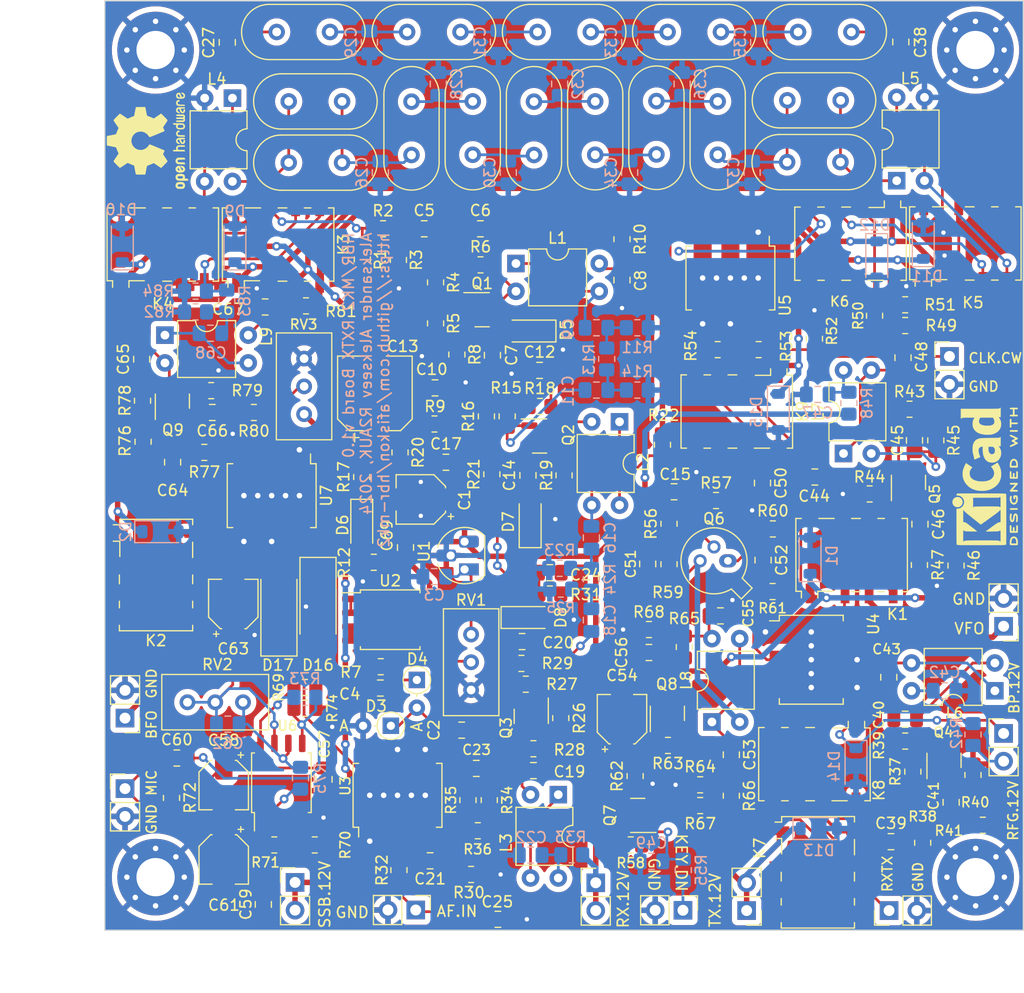
<source format=kicad_pcb>
(kicad_pcb (version 20221018) (generator pcbnew)
  (title_block (title "HBR/MK2 RXTX Board") (date "2024-02-03") (rev "1.0"))
  (layers (0 "F.Cu" signal) (31 "B.Cu" signal) (34 "B.Paste" user) (35 "F.Paste" user) (36 "B.SilkS" user "B.Silkscreen") (37 "F.SilkS" user "F.Silkscreen") (38 "B.Mask" user) (39 "F.Mask" user) (44 "Edge.Cuts" user))
  (net 0 "")
  (net 1 "RX_12V")
  (net 2 "GND")
  (net 3 "AGC_DET")
  (net 4 "Net-(D3-K)")
  (net 5 "Net-(U1-VO)")
  (net 6 "Net-(D4-K)")
  (net 7 "Net-(C5-Pad1)")
  (net 8 "Net-(Q1-B)")
  (net 9 "Net-(C6-Pad1)")
  (net 10 "Net-(Q1-C)")
  (net 11 "Net-(D5-A)")
  (net 12 "Net-(Q1-E)")
  (net 13 "Net-(C8-Pad2)")
  (net 14 "Net-(C9-Pad1)")
  (net 15 "Net-(C9-Pad2)")
  (net 16 "AGC_VC")
  (net 17 "Net-(C11-Pad1)")
  (net 18 "Net-(Q2-B)")
  (net 19 "Net-(C12-Pad1)")
  (net 20 "Net-(Q2-C)")
  (net 21 "Net-(D7-A)")
  (net 22 "Net-(Q2-E)")
  (net 23 "Net-(C15-Pad2)")
  (net 24 "Net-(C16-Pad1)")
  (net 25 "Net-(C16-Pad2)")
  (net 26 "Net-(C18-Pad1)")
  (net 27 "Net-(Q3-B)")
  (net 28 "Net-(C19-Pad1)")
  (net 29 "Net-(Q3-C)")
  (net 30 "Net-(D8-A)")
  (net 31 "Net-(Q3-E)")
  (net 32 "Net-(C21-Pad1)")
  (net 33 "Net-(U3-IF)")
  (net 34 "Net-(C22-Pad2)")
  (net 35 "Net-(C23-Pad1)")
  (net 36 "Net-(C23-Pad2)")
  (net 37 "Net-(J6-Pin_1)")
  (net 38 "Net-(C26-Pad1)")
  (net 39 "Net-(C27-Pad1)")
  (net 40 "Net-(C27-Pad2)")
  (net 41 "Net-(C28-Pad1)")
  (net 42 "Net-(C29-Pad1)")
  (net 43 "Net-(C30-Pad1)")
  (net 44 "Net-(C31-Pad1)")
  (net 45 "Net-(C32-Pad1)")
  (net 46 "Net-(C33-Pad1)")
  (net 47 "Net-(C34-Pad1)")
  (net 48 "Net-(C35-Pad1)")
  (net 49 "Net-(C36-Pad1)")
  (net 50 "Net-(C37-Pad1)")
  (net 51 "Net-(C38-Pad1)")
  (net 52 "Net-(C38-Pad2)")
  (net 53 "Net-(C39-Pad1)")
  (net 54 "Net-(Q4-B)")
  (net 55 "Net-(C40-Pad1)")
  (net 56 "Net-(Q4-C)")
  (net 57 "Net-(C41-Pad1)")
  (net 58 "Net-(Q4-E)")
  (net 59 "Net-(C42-Pad2)")
  (net 60 "Net-(C43-Pad1)")
  (net 61 "Net-(C43-Pad2)")
  (net 62 "Net-(U4-IF)")
  (net 63 "Net-(Q5-B)")
  (net 64 "Net-(C45-Pad1)")
  (net 65 "Net-(Q5-C)")
  (net 66 "Net-(C46-Pad1)")
  (net 67 "Net-(Q5-E)")
  (net 68 "Net-(C47-Pad2)")
  (net 69 "Net-(C48-Pad1)")
  (net 70 "Net-(C48-Pad2)")
  (net 71 "Net-(Q7-G)")
  (net 72 "Net-(C50-Pad1)")
  (net 73 "Net-(Q6-B)")
  (net 74 "Net-(C51-Pad1)")
  (net 75 "Net-(Q6-C)")
  (net 76 "Net-(C52-Pad1)")
  (net 77 "Net-(Q6-E)")
  (net 78 "Net-(C53-Pad1)")
  (net 79 "Net-(C53-Pad2)")
  (net 80 "Net-(Q8-B)")
  (net 81 "Net-(Q8-C)")
  (net 82 "Net-(C55-Pad1)")
  (net 83 "Net-(U6C-V+)")
  (net 84 "Net-(U6A-+)")
  (net 85 "Net-(J11-Pin_1)")
  (net 86 "Net-(U6B-+)")
  (net 87 "Net-(U6A--)")
  (net 88 "Net-(U6B--)")
  (net 89 "Net-(C62-Pad2)")
  (net 90 "Net-(D16-K)")
  (net 91 "Net-(U7-RF)")
  (net 92 "Net-(Q9-B)")
  (net 93 "Net-(C65-Pad1)")
  (net 94 "Net-(Q9-C)")
  (net 95 "Net-(C66-Pad1)")
  (net 96 "Net-(Q9-E)")
  (net 97 "Net-(C67-Pad2)")
  (net 98 "Net-(C68-Pad1)")
  (net 99 "Net-(C68-Pad2)")
  (net 100 "TX_12V")
  (net 101 "Net-(D6-K)")
  (net 102 "Net-(D6-A)")
  (net 103 "SSB_12V")
  (net 104 "RF_AMP_BYPASS_12V")
  (net 105 "SSB_TX_12V")
  (net 106 "Net-(J4-Pin_1)")
  (net 107 "Net-(J5-Pin_1)")
  (net 108 "Net-(J7-Pin_1)")
  (net 109 "RF_AMP_12V")
  (net 110 "Net-(J9-Pin_1)")
  (net 111 "Net-(J10-Pin_1)")
  (net 112 "VFO_RX")
  (net 113 "VFO_TX")
  (net 114 "BFO_RX")
  (net 115 "BFO_TX")
  (net 116 "XFLT_RX_IN")
  (net 117 "XFLT_TX_OUT")
  (net 118 "Net-(K5-Pad3)")
  (net 119 "Net-(K5-Pad4)")
  (net 120 "XFLT_RX_OUT")
  (net 121 "XFLT_TX_IN")
  (net 122 "Net-(K7-Pad7)")
  (net 123 "TX_COMMON_OUT")
  (net 124 "Net-(U4-RF)")
  (net 125 "RF_AMP_BYPASS")
  (net 126 "Net-(K9-Pad2)")
  (net 127 "Net-(U5-IF)")
  (net 128 "Net-(L4-Pad4)")
  (net 129 "Net-(L5-Pad1)")
  (net 130 "Net-(Q7-D)")
  (net 131 "AGC_OUT")
  (net 132 "Net-(U2B-+)")
  (net 133 "Net-(U7-IF)")
  (net 134 "Net-(U2A--)")
  (net 135 "Net-(K3-Pad6)")
  (net 136 "Net-(K4-Pad5)")
  (footprint "Capacitor_SMD:C_0805_2012Metric_Pad1.18x1.45mm_HandSolder" (layer "F.Cu") (at 123.7125 63.35)
    (fp_text reference "C5")
    (fp_text value "0.1u" hide)
  )
  (footprint "Package_DIP:DIP-4_W7.62mm" (layer "F.Cu") (at 141.575 81 -90)
    (fp_text reference "L2")
    (fp_text value "FT37-43" hide)
  )
  (footprint "Potentiometer_THT:Potentiometer_Bourns_3296W_Vertical" (layer "F.Cu") (at 128 100.45 90)
    (fp_text reference "RV1")
    (fp_text value "10K" hide)
  )
  (footprint "Relay_SMD:Relay_DPDT_Omron_G6K-2F-Y" (layer "F.Cu") (at 110.35 64.8 90)
    (fp_text reference "K3")
    (fp_text value "G6K-2F-Y" hide)
  )
  (footprint "Capacitor_SMD:CP_Elec_4x5.4" (layer "F.Cu") (at 123.4 88.1 180)
    (fp_text reference "C1")
    (fp_text value "10u" hide)
  )
  (footprint "Resistor_SMD:R_0805_2012Metric_Pad1.20x1.40mm_HandSolder" (layer "F.Cu") (at 141.8 64.3 -90)
    (fp_text reference "R10")
    (fp_text value "100" hide)
  )
  (footprint "Resistor_SMD:R_0805_2012Metric_Pad1.20x1.40mm_HandSolder" (layer "F.Cu") (at 112.8 107.2)
    (fp_text reference "R74")
    (fp_text value "10K" hide)
  )
  (footprint "Resistor_SMD:R_0805_2012Metric_Pad1.20x1.40mm_HandSolder" (layer "F.Cu") (at 113.7 119.7 180)
    (fp_text reference "R70")
    (fp_text value "10K" hide)
  )
  (footprint "Resistor_SMD:R_0805_2012Metric_Pad1.20x1.40mm_HandSolder" (layer "F.Cu") (at 164.45 87.6 180)
    (fp_text reference "R44")
    (fp_text value "1K" hide)
  )
  (footprint "Diode_SMD:D_SMA_Handsoldering" (layer "F.Cu") (at 110.425 97.9125 90)
    (fp_text reference "D17")
    (fp_text value "SS14" hide)
  )
  (footprint "Resistor_SMD:R_0805_2012Metric_Pad1.20x1.40mm_HandSolder" (layer "F.Cu") (at 155.575 96.525)
    (fp_text reference "R61")
    (fp_text value "6" hide)
  )
  (footprint "Capacitor_SMD:C_0805_2012Metric_Pad1.18x1.45mm_HandSolder" (layer "F.Cu") (at 127.1375 109.2 180)
    (fp_text reference "C2")
    (fp_text value "0.1u" hide)
  )
  (footprint "Resistor_SMD:R_0805_2012Metric_Pad1.20x1.40mm_HandSolder" (layer "F.Cu") (at 168.4 113 -90)
    (fp_text reference "R37")
    (fp_text value "1.3K" hide)
  )
  (footprint "Resistor_SMD:R_0805_2012Metric_Pad1.20x1.40mm_HandSolder" (layer "F.Cu") (at 98 82.825 -90)
    (fp_text reference "R76")
    (fp_text value "1.3K" hide)
  )
  (footprint "MountingHole:MountingHole_3.5mm_Pad_Via" (layer "F.Cu") (at 174.143845 122.643845)
    (fp_text reference "H4" hide)
    (fp_text value "MountingHole_Pad" hide)
  )
  (footprint "Package_TO_SOT_SMD:SOT-23" (layer "F.Cu") (at 168 86.5375 90)
    (fp_text reference "Q5")
    (fp_text value "MMBT3904" hide)
  )
  (footprint "Crystal:Crystal_HC49-U_Vertical" (layer "F.Cu") (at 150.85 45.35 180)
    (fp_text reference "Y10" hide)
    (fp_text value "9.000" hide)
  )
  (footprint "Resistor_SMD:R_0805_2012Metric_Pad1.20x1.40mm_HandSolder" (layer "F.Cu") (at 169.3 119.5 -90)
    (fp_text reference "R38")
    (fp_text value "1K" hide)
  )
  (footprint "Diode_SMD:D_SOD-123" (layer "F.Cu") (at 133.4 90.15 90)
    (fp_text reference "D7")
    (fp_text value "1N4148W" hide)
  )
  (footprint "Relay_SMD:Relay_DPDT_Omron_G6K-2F-Y" (layer "F.Cu") (at 159.7 122.2)
    (fp_text reference "K7")
    (fp_text value "G6K-2F-Y" hide)
  )
  (footprint "Potentiometer_THT:Potentiometer_Bourns_3296W_Vertical" (layer "F.Cu") (at 112.73 80.3 -90)
    (fp_text reference "RV3")
    (fp_text value "10K" hide)
  )
  (footprint "Capacitor_SMD:C_0805_2012Metric_Pad1.18x1.45mm_HandSolder" (layer "F.Cu") (at 122 92.5 -90)
    (fp_text reference "C69")
    (fp_text value "0.1u" hide)
  )
  (footprint "Resistor_SMD:R_0805_2012Metric_Pad1.20x1.40mm_HandSolder" (layer "F.Cu") (at 97.95 79.075 90)
    (fp_text reference "R78")
    (fp_text value "3.3K" hide)
  )
  (footprint "Resistor_SMD:R_0805_2012Metric_Pad1.20x1.40mm_HandSolder" (layer "F.Cu") (at 104.23 78.15)
    (fp_text reference "R79")
    (fp_text value "68" hide)
  )
  (footprint "Package_TO_SOT_SMD:SOT-23" (layer "F.Cu") (at 129.0125 70.75)
    (fp_text reference "Q1")
    (fp_text value "MMBT3904" hide)
  )
  (footprint "Capacitor_SMD:C_0805_2012Metric_Pad1.18x1.45mm_HandSolder" (layer "F.Cu") (at 166.4 119.4)
    (fp_text reference "C39")
    (fp_text value "0.1u" hide)
  )
  (footprint "Resistor_SMD:R_0805_2012Metric_Pad1.20x1.40mm_HandSolder" (layer "F.Cu") (at 148.95 114.2 180)
    (fp_text reference "R64")
    (fp_text value "150" hide)
  )
  (footprint "Resistor_SMD:R_0805_2012Metric_Pad1.20x1.40mm_HandSolder" (layer "F.Cu") (at 124.75 72 -90)
    (fp_text reference "R5")
    (fp_text value "1K" hide)
  )
  (footprint "Potentiometer_THT:Potentiometer_Bourns_3296W_Vertical" (layer "F.Cu") (at 102.06 106.65 180)
    (fp_text reference "RV2")
    (fp_text value "100K" hide)
  )
  (footprint "Resistor_SMD:R_0805_2012Metric_Pad1.20x1.40mm_HandSolder" (layer "F.Cu") (at 172.35 94.15 -90)
    (fp_text reference "R46")
    (fp_text value "68" hide)
  )
  (footprint "Diode_SMD:D_SOD-123" (layer "F.Cu") (at 133.4 72.7 180)
    (fp_text reference "D5")
    (fp_text value "1N4148W" hide)
  )
  (footprint "Crystal:Crystal_HC49-U_Vertical" (layer "F.Cu") (at 139.35 56.58 90)
    (fp_text reference "Y9" hide)
    (fp_text value "9.000" hide)
  )
  (footprint "Resistor_SMD:R_0805_2012Metric_Pad1.20x1.40mm_HandSolder" (layer "F.Cu") (at 131.3 80.5 -90)
    (fp_text reference "R15")
    (fp_text value "820" hide)
  )
  (footprint "Resistor_SMD:R_0805_2012Metric_Pad1.20x1.40mm_HandSolder" (layer "F.Cu") (at 128 122.4)
    (fp_text reference "R30")
    (fp_text value "51" hide)
  )
  (footprint "Crystal:Crystal_HC49-U_Vertical" (layer "F.Cu") (at 122.15 45.35)
    (fp_text reference "Y6" hide)
    (fp_text value "9.000" hide)
  )
  (footprint "Capacitor_SMD:C_0805_2012Metric_Pad1.18x1.45mm_HandSolder" (layer "F.Cu") (at 167.7 108.2)
    (fp_text reference "C40")
    (fp_text value "0.1u" hide)
  )
  (footprint "Resistor_SMD:R_0805_2012Metric_Pad1.20x1.40mm_HandSolder" (layer "F.Cu") (at 129.6625 115.6 -90)
    (fp_text reference "R34")
    (fp_text value "51" hide)
  )
  (footprint "Resistor_SMD:R_0805_2012Metric_Pad1.20x1.40mm_HandSolder" (layer "F.Cu") (at 119.95 63.35)
    (fp_text reference "R2")
    (fp_text value "36" hide)
  )
  (footprint "Package_TO_SOT_SMD:SOT-23" (layer "F.Cu") (at 145.95 107.6625 90)
    (fp_text reference "Q8")
    (fp_text value "MMBT3906" hide)
  )
  (footprint "Connector_PinHeader_2.54mm:PinHeader_1x02_P2.54mm_Vertical" (layer "F.Cu") (at 176.7 109.5)
    (fp_text reference "J8" hide)
    (fp_text value "Conn_01x02" hide)
  )
  (footprint "Resistor_SMD:R_0805_2012Metric_Pad1.20x1.40mm_HandSolder" (layer "F.Cu") (at 167.7 110.2)
    (fp_text reference "R39")
    (fp_text value "3.3K" hide)
  )
  (footprint "Resistor_SMD:R_0805_2012Metric_Pad1.20x1.40mm_HandSolder" (layer "F.Cu") (at 135.2 96.75 180)
    (fp_text reference "R31")
    (fp_text value "1K" hide)
  )
  (footprint "MountingHole:MountingHole_3.5mm_Pad_Via" (layer "F.Cu") (at 99.143845 47)
    (fp_text reference "H1" hide)
    (fp_text value "MountingHole_Pad" hide)
  )
  (footprint "Resistor_SMD:R_0805_2012Metric_Pad1.20x1.40mm_HandSolder" (layer "F.Cu") (at 119.1 93.85 180)
    (fp_text reference "R12")
    (fp_text value "10K" hide)
  )
  (footprint "Relay_SMD:Relay_DPDT_Omron_G6K-2F-Y" (layer "F.Cu") (at 162.8 93.2 90)
    (fp_text reference "K1")
    (fp_text value "G6K-2F-Y" hide)
  )
  (footprint "Connector_PinHeader_2.54mm:PinHeader_1x02_P2.54mm_Vertical" (layer "F.Cu") (at 96.35 114.55)
    (fp_text reference "J11" hide)
    (fp_text value "Conn_01x02" hide)
  )
  (footprint "Capacitor_SMD:C_0805_2012Metric_Pad1.18x1.45mm_HandSolder" (layer "F.Cu") (at 151.8 111.45 -90)
    (fp_text reference "C53")
    (fp_text value "0.1u" hide)
  )
  (footprint "Resistor_SMD:R_0805_2012Metric_Pad1.20x1.40mm_HandSolder" (layer "F.Cu") (at 129.4 80.5 90)
    (fp_text reference "R16")
    (fp_text value "1K" hide)
  )
  (footprint "Resistor_SMD:R_0805_2012Metric_Pad1.20x1.40mm_HandSolder" (layer "F.Cu") (at 173.9 113.3 90)
    (fp_text reference "R40")
    (fp_text value "68" hide)
  )
  (footprint "Crystal:Crystal_HC49-U_Vertical" (layer "F.Cu") (at 161.78 57.25 180)
    (fp_text reference "Y15" hide)
    (fp_text value "9.000" hide)
  )
  (footprint "MountingHole:MountingHole_3.5mm_Pad_Via" (layer "F.Cu") (at 99.143845 122.643845)
    (fp_text reference "H3" hide)
    (fp_text value "MountingHole_Pad" hide)
  )
  (footprint "Resistor_SMD:R_0805_2012Metric_Pad1.20x1.40mm_HandSolder" (layer "F.Cu") (at 148.95 116.1 180)
    (fp_text reference "R67")
    (fp_text value "150" hide)
  )
  (footprint "RF_Mini-Circuits:Mini-Circuits_CD542_LandPatternPL-052" (layer "F.Cu") (at 121.27 115.16 90)
    (fp_text reference "U3")
    (fp_text value "ADE-6" hide)
  )
  (footprint "Crystal:Crystal_HC49-U_Vertical" (layer "F.Cu") (at 110.22 45.35)
    (fp_text reference "Y4" hide)
    (fp_text value "9.000" hide)
  )
  (footprint "Resistor_SMD:R_0805_2012Metric_Pad1.20x1.40mm_HandSolder" (layer "F.Cu") (at 124.65 81.2 180)
    (fp_text reference "R9")
    (fp_text value "1K" hide)
  )
  (footprint "Package_DIP:DIP-4_W7.62mm" (layer "F.Cu") (at 106.175 51.4 -90)
    (fp_text reference "L4")
    (fp_text value "FT37-43" hide)
  )
  (footprint "Capacitor_SMD:C_0805_2012Metric_Pad1.18x1.45mm_HandSolder" (layer "F.Cu") (at 132.6625 101.1)
    (fp_text reference "C20")
    (fp_text value "0.1u" hide)
  )
  (footprint "Resistor_SMD:R_0805_2012Metric_Pad1.20x1.40mm_HandSolder" (layer "F.Cu") (at 121.35 66.2 -90)
    (fp_text reference "R3")
    (fp_text value "150" hide)
  )
  (footprint "Package_DIP:DIP-4_W7.62mm" (layer "F.Cu") (at 150.025 108.45 90)
    (fp_text reference "L8")
    (fp_text value "FT37-43" hide)
  )
  (footprint "Symbol:KiCad-Logo2_5mm_SilkScreen" (layer "F.Cu") (at 175 86 90)
    (fp_text reference "SYM2" hide)
    (fp_text value "SYM_Radio_Waves_Large" hide)
  )
  (footprint "Resistor_SMD:R_0805_2012Metric_Pad1.20x1.40mm_HandSolder" (layer "F.Cu") (at 151.8 115.2 -90)
    (fp_text reference "R66")
    (fp_text value "36" hide)
  )
  (footprint "Resistor_SMD:R_0805_2012Metric_Pad1.20x1.40mm_HandSolder" (layer "F.Cu") (at 168.1 79.85 180)
    (fp_text reference "R43")
    (fp_text value "1.3K" hide)
  )
  (footprint "Resistor_SMD:R_0805_2012Metric_Pad1.20x1.40mm_HandSolder" (layer "F.Cu") (at 134.3 79.6)
    (fp_text reference "R18")
    (fp_text value "3.3K" hide)
  )
  (footprint "Resistor_SMD:R_0805_2012Metric_Pad1.20x1.40mm_HandSolder" (layer "F.Cu") (at 143 113.4 90)
    (fp_text reference "R62")
    (fp_text value "2.2K" hide)
  )
  (footprint "Connector_PinHeader_2.54mm:PinHeader_1x02_P2.54mm_Vertical" (layer "F.Cu") (at 139.4 123.16)
    (fp_text reference "J1" hide)
    (fp_text value "Conn_01x02" hide)
  )
  (footprint "Capacitor_SMD:C_0805_2012Metric_Pad1.18x1.45mm_HandSolder" (layer "F.Cu") (at 100.7 84.7 90)
    (fp_text reference "C64")
    (fp_text value "0.1u" hide)
  )
  (footprint "Resistor_SMD:R_0805_2012Metric_Pad1.20x1.40mm_HandSolder" (layer "F.Cu") (at 112.8 105.3 180)
    (fp_text reference "R69")
    (fp_text value "22" hide)
  )
  (footprint "RF_Mini-Circuits:Mini-Circuits_CD542_LandPatternPL-052" (layer "F.Cu") (at 151.715 67.85 -90)
    (fp_text reference "U5")
    (fp_text value "ADE-6" hide)
  )
  (footprint "Resistor_SMD:R_0805_2012Metric_Pad1.20x1.40mm_HandSolder" (layer "F.Cu") (at 129.9 85.8 90)
    (fp_text reference "R21")
    (fp_text value "1K" hide)
  )
  (footprint "Package_TO_SOT_SMD:SOT-23" (layer "F.Cu") (at 100.68 79.1125 90)
    (fp_text reference "Q9")
    (fp_text value "MMBT3904" hide)
  )
  (footprint "Resistor_SMD:R_0805_2012Metric_Pad1.20x1.40mm_HandSolder" (layer "F.Cu") (at 112.9 70.4 180)
    (fp_text reference "R81")
    (fp_text value "22" hide)
  )
  (footprint "Capacitor_SMD:C_0805_2012Metric_Pad1.18x1.45mm_HandSolder" (layer "F.Cu") (at 146.5625 87.4 180)
    (fp_text reference "C15")
    (fp_text value "0.1u" hide)
  )
  (footprint "Package_TO_SOT_SMD:SOT-23" (layer "F.Cu") (at 143.2375 117 180)
    (fp_text reference "Q7")
    (fp_text value "2N7002" hide)
  )
  (footprint "Relay_SMD:Relay_DPDT_Omron_G6K-2F-Y" (layer "F.Cu") (at 152.3 80.05 -90)
    (fp_text reference "K9")
    (fp_text value "G6K-2F-Y" hide)
  )
  (footprint "Package_SO:SOIC-8_5.23x5.23mm_P1.27mm" (layer "F.Cu") (at 120.6 99.1)
    (fp_text reference "U2")
    (fp_text value "LM358" hide)
  )
  (footprint "Resistor_SMD:R_0805_2012Metric_Pad1.20x1.40mm_HandSolder" (layer "F.Cu") (at 118 86.05 90)
    (fp_text reference "R17")
    (fp_text value "220" hide)
  )
  (footprint "Package_TO_SOT_SMD:SOT-23" (layer "F.Cu") (at 171.25 111.9625 90)
    (fp_text reference "Q4")
    (fp_text value "MMBT3904" hide)
  )
  (footprint "Crystal:Crystal_HC49-U_Vertical" (layer "F.Cu") (at 128.15 51.7 -90)
    (fp_text reference "Y5" hide)
    (fp_text value "9.000" hide)
  )
  (footprint "Relay_SMD:Relay_DPDT_Omron_G6K-2F-Y" (layer "F.Cu") (at 162.7 64.7 -90)
    (fp_text reference "K6")
    (fp_text value "G6K-2F-Y" hide)
  )
  (footprint "Resistor_SMD:R_0805_2012Metric_Pad1.20x1.40mm_HandSolder" (layer "F.Cu") (at 136.2 108.1 90)
    (fp_text reference "R26")
    (fp_text value "820" hide)
  )
  (footprint "Capacitor_SMD:C_0805_2012Metric_Pad1.18x1.45mm_HandSolder" (layer "F.Cu") (at 154.65 86.6 -90)
    (fp_text reference "C50")
    (fp_text value "0.1u" hide)
  )
  (footprint "Crystal:Crystal_HC49-U_Vertical" (layer "F.Cu") (at 150.55 56.58 90)
    (fp_text reference "Y13" hide)
    (fp_text value "9.000" hide)
  )
  (footprint "Capacitor_SMD:C_0805_2012Metric_Pad1.18x1.45mm_HandSolder" (layer "F.Cu") (at 168.55 82.7 -90)
    (fp_text reference "C45")
    (fp_text value "0.1u" hide)
  )
  (footprint "Capacitor_SMD:C_0805_2012Metric_Pad1.18x1.45mm_HandSolder" (layer "F.Cu") (at 167.5 75.1375 90)
    (fp_text reference "C48")
    (fp_text value "0.1u" hide)
  )
  (footprint "Resistor_SMD:R_0805_2012Metric_Pad1.20x1.40mm_HandSolder" (layer "F.Cu") (at 142.6 119.7 180)
    (fp_text reference "R58")
    (fp_text value "10K" hide)
  )
  (footprint "Capacitor_SMD:C_0805_2012Metric_Pad1.18x1.45mm_HandSolder" (layer "F.Cu") (at 97.875 75.275 90)
    (fp_text reference "C65")
    (fp_text value "0.1u" hide)
  )
  (footprint "Resistor_SMD:R_0805_2012Metric_Pad1.20x1.40mm_HandSolder" (layer "F.Cu") (at 154.3 74.4 180)
    (fp_text reference "R53")
    (fp_text value "82" hide)
  )
  (footprint "Package_DIP:DIP-4_W7.62mm" (layer "F.Cu") (at 100 73.075)
    (fp_text reference "L9")
    (fp_text value "FT37-43" hide)
  )
  (footprint "Crystal:Crystal_HC49-U_Vertical" (layer "F.Cu") (at 122.55 56.6 90)
    (fp_text reference "Y3" hide)
    (fp_text value "9.000" hide)
  )
  (footprint "Resistor_SMD:R_0805_2012Metric_Pad1.20x1.40mm_HandSolder" (layer "F.Cu") (at 108.13 80.15)
    (fp_text reference "R80")
    (fp_text value "6" hide)
  )
  (footprint "Capacitor_SMD:C_0805_2012Metric_Pad1.18x1.45mm_HandSolder" (layer "F.Cu") (at 124.25 121.15 180)
    (fp_text reference "C21")
    (fp_text value "10n" hide)
  )
  (footprint "Package_DIP:DIP-4_W7.62mm" (layer "F.Cu") (at 175.9 105.6 180)
    (fp_text reference "L6")
    (fp_text value "FT37-43" hide)
  )
  (footprint "Resistor_SMD:R_0805_2012Metric_Pad1.20x1.40mm_HandSolder" (layer "F.Cu") (at 150.4 88.2)
    (fp_text reference "R57")
    (fp_text value "1K" hide)
  )
  (footprint "Resistor_SMD:R_0805_2012Metric_Pad1.20x1.40mm_HandSolder" (layer "F.Cu") (at 170.5 82.7 -90)
    (fp_text reference "R45")
    (fp_text value "3.3K" hide)
  )
  (footprint "Crystal:Crystal_HC49-U_Vertical" (layer "F.Cu") (at 161.8 51.6 180)
    (fp_text reference "Y14" hide)
    (fp_text value "9.000" hide)
  )
  (footprint "Capacitor_SMD:C_0805_2012Metric_Pad1.18x1.45mm_HandSolder" (layer "F.Cu") (at 150.8 98.75)
    (fp_text reference "C55")
    (fp_text value "0.1u" hide)
  )
  (footprint "Resistor_SMD:R_0805_2012Metric_Pad1.20x1.40mm_HandSolder" (layer "F.Cu") (at 145.5 83.1 -90)
    (fp_text reference "R22")
    (fp_text value "100" hide)
  )
  (footprint "Package_TO_SOT_SMD:SOT-23" (layer "F.Cu") (at 133.5 107.9375 -90)
    (fp_text reference "Q3")
    (fp_text value "MMBT3904" hide)
  )
  (footprint "Capacitor_SMD:CP_Elec_4x5.4" (layer "F.Cu") (at 105.375 114.225 -90)
    (fp_text reference "C58")
    (fp_text value "10u" hide)
  )
  (footprint "Diode_SMD:D_SMA_Handsoldering" (layer "F.Cu") (at 114 97.9125 -90)
    (fp_text reference "D16")
    (fp_text value "SS14" hide)
  )
  (footprint "Capacitor_SMD:C_0805_2012Metric_Pad1.18x1.45mm_HandSolder" (layer "F.Cu") (at 154.7 93.65 90)
    (fp_text reference "C52")
    (fp_text value "0.1u" hide)
  )
  (footprint "Capacitor_SMD:C_0805_2012Metric_Pad1.18x1.45mm_HandSolder" (layer "F.Cu") (at 128.85 63.35)
    (fp_text reference "C6")
    (fp_text value "0.1u" hide)
  )
  (footprint "Capacitor_SMD:C_0805_2012Metric_Pad1.18x1.45mm_HandSolder" (layer "F.Cu") (at 171.9 115.8 90)
    (fp_text reference "C41")
    (fp_text value "0.1u" hide)
  )
  (footprint "Capacitor_SMD:C_0805_2012Metric_Pad1.18x1.45mm_HandSolder" (layer "F.Cu") (at 109.1625 70.5)
    (fp_text reference "C67")
    (fp_text value "0.1u" hide)
  )
  (footprint "Resistor_SMD:R_0805_2012Metric_Pad1.20x1.40mm_HandSolder" (layer "F.Cu") (at 146.1 94.025 -90)
    (fp_text reference "R59")
    (fp_text value "3.3K" hide)
  )
  (footprint "Capacitor_SMD:CP_Elec_4x5.4" (layer "F.Cu") (at 106.25 97.6625 90)
    (fp_text reference "C63")
    (fp_text value "10u" hide)
  )
  (footprint "Connector_PinHeader_2.54mm:PinHeader_1x02_P2.54mm_Vertical" (layer "F.Cu") (at 96.35 108.1 180)
    (fp_text reference "J5" hide)
    (fp_text value "Conn_01x02" hide)
  )
  (footprint "Capacitor_SMD:C_0805_2012Metric_Pad1.18x1.45mm_HandSolder" (layer "F.Cu") (at 141.8 68.0375 90)
    (fp_text reference "C8")
    (fp_text value "0.1u" hide)
  )
  (footprint "Capacitor_SMD:C_0805_2012Metric_Pad1.18x1.45mm_HandSolder" (layer "F.Cu") (at 109 125.1375 -90)
    (fp_text reference "C59")
    (fp_text value "0.1u" hide)
  )
  (footprint "Connector_PinHeader_2.54mm:PinHeader_1x02_P2.54mm_Vertical" (layer "F.Cu") (at 147.375 125.675 -90)
    (fp_text reference "J10" hide)
    (fp_text value "Conn_01x02" hide)
  )
  (footprint "Capacitor_SMD:C_0805_2012Metric_Pad1.18x1.45mm_HandSolder" (layer "F.Cu") (at 105.7 46.3 90)
    (fp_text reference "C27")
    (fp_text value "270p" hide)
  )
  (footprint "Resistor_SMD:R_0805_2012Metric_Pad1.20x1.40mm_HandSolder" (layer "F.Cu") (at 103.6 83.8)
    (fp_text reference "R77")
    (fp_text value "1K" hide)
  )
  (footprint "Connector_PinHeader_2.54mm:PinHeader_1x02_P2.54mm_Vertical" (layer "F.Cu") (at 171.75 75.025)
    (fp_text reference "J9" hide)
    (fp_text value "Conn_01x02" hide)
  )
  (footprint "Capacitor_SMD:CP_Elec_6.3x7.7" (layer "F.Cu") (at 119.2 78.4 90)
    (fp_text reference "C13")
    (fp_text value "100u" hide)
  )
  (footprint "Resistor_SMD:R_0805_2012Metric_Pad1.20x1.40mm_HandSolder" (layer "F.Cu") (at 118.05 66.15 -90)
    (fp_text reference "R1")
    (fp_text value "150" hide)
  )
  (footprint "Resistor_SMD:R_0805_2012Metric_Pad1.20x1.40mm_HandSolder" (layer "F.Cu") (at 132.6 103.1 180)
    (fp_text reference "R29")
    (fp_text value "68" hide)
  )
  (footprint "Resistor_SMD:R_0805_2012Metric_Pad1.20x1.40mm_HandSolder" (layer "F.Cu") (at 155.6 90.8)
    (fp_text reference "R60")
    (fp_text value "68" hide)
  )
  (footprint "RF_Mini-Circuits:Mini-Circuits_CD542_LandPatternPL-052" (layer "F.Cu") (at 109.76 87.7535 -90)
    (fp_text reference "U7")
    (fp_text value "ADE-6" hide)
  )
  (footprint "Relay_SMD:Relay_DPDT_Omron_G6K-2F-Y" (layer "F.Cu") (at 99.8 64.8 90)
    (fp_text reference "K4")
    (fp_text value "G6K-2F-Y" hide)
  )
  (footprint "Diode_THT:D_DO-34_SOD68_P2.54mm_Vertical_AnodeUp" (layer "F.Cu") (at 120.66217 108.8 180)
    (fp_text reference "D3")
    (fp_text value "1N34/D311" hide)
  )
  (footprint "Package_TO_SOT_SMD:SOT-23" (layer "F.Cu") (at 134.2625 82.3)
    (fp_text reference "Q2")
    (fp_text value "MMBT3904" hide)
  )
  (footprint "Resistor_SMD:R_0805_2012Metric_Pad1.20x1.40mm_HandSolder" (layer "F.Cu") (at 167.7 70.3)
    (fp_text reference "R51")
    (fp_text value "150" hide)
  )
  (footprint "Capacitor_SMD:C_0805_2012Metric_Pad1.18x1.45mm_HandSolder" (layer "F.Cu") (at 119.7 105.35)
    (fp_text reference "C4")
    (fp_text value "820p" hide)
  )
  (footprint "Connector_PinHeader_2.54mm:PinHeader_1x02_P2.54mm_Vertical" (layer "F.Cu") (at 122.9375 125.65 -90)
    (fp_text reference "J6" hide)
    (fp_text value "Conn_01x02" hide)
  )
  (footprint "Resistor_SMD:R_0805_2012Metric_Pad1.20x1.40mm_HandSolder" (layer "F.Cu") (at 159.4 73.4 90)
    (fp_text reference "R52")
    (fp_text value "82" hide)
  )
  (footprint "Crystal:Crystal_HC49-U_Vertical" (layer "F.Cu") (at 133.75 56.6 90)
    (fp_text reference "Y7" hide)
    (fp_text value "9.000" hide)
  )
  (footprint "Capacitor_SMD:CP_Elec_4x5.4" (layer "F.Cu") (at 105.375 121.025 -90)
    (fp_text reference "C61")
    (fp_text value "10u" hide)
  )
  (footprint "Capacitor_SMD:C_0805_2012Metric_Pad1.18x1.45mm_HandSolder" (layer "F.Cu") (at 144.2625 102.1 180)
    (fp_text reference "C56")
    (fp_text value "0.1u" hide)
  )
  (footprint "Diode_THT:D_DO-34_SOD68_P2.54mm_Vertical_AnodeUp" (layer "F.Cu") (at 123.0375 104.61 -90)
    (fp_text reference "D4")
    (fp_text value "1N34/D311" hide)
  )
  (footprint "Resistor_SMD:R_0805_2012Metric_Pad1.20x1.40mm_HandSolder" (layer "F.Cu") (at 164.9 71.3 90)
    (fp_text reference "R50")
    (fp_text value "36" hide)
  )
  (footprint "Capacitor_SMD:C_0805_2012Metric_Pad1.18x1.45mm_HandSolder" (layer "F.Cu") (at 128.475 112.7 180)
    (fp_text reference "C23")
    (fp_text value "0.1u" hide)
  )
  (footprint "Crystal:Crystal_HC49-U_Vertical" (layer "F.Cu") (at 111.32 57.3)
    (fp_text reference "Y2" hide)
    (fp_text value "9.000" hide)
  )
  (footprint "Symbol:OSHW-Logo2_9.8x8mm_SilkScreen" (layer "F.Cu") (at 98.4 55.3 90)
    (fp_text reference "SYM1" hide)
    (fp_text value "Logo_Open_Hardware_Small" hide)
  )
  (footprint "Resistor_SMD:R_0805_2012Metric_Pad1.20x1.40mm_HandSolder" (layer "F.Cu") (at 136.5 85.9 -90)
    (fp_text reference "R19")
    (fp_text value "68" hide)
  )
  (footprint "Connector_PinHeader_2.54mm:PinHeader_1x02_P2.54mm_Vertical" (layer "F.Cu") (at 176.7 99.7 180)
    (fp_text reference "J4" hide)
    (fp_text value "Conn_01x02" hide)
  )
  (footprint "Resistor_SMD:R_0805_2012Metric_Pad1.20x1.40mm_HandSolder" (layer "F.Cu") (at 147.5 101.6 90)
    (fp_text reference "R65")
    (fp_text value "22" hide)
  )
  (footprint "Resistor_SMD:R_0805_2012Metric_Pad1.20x1.40mm_HandSolder" (layer "F.Cu") (at 128.8625 66.65)
    (fp_text reference "R6")
    (fp_text value "3.3K" hide)
  )
  (footprint "Package_TO_SOT_THT:TO-18-3" (layer "F.Cu") (at 151.485276 93.715276 180)
    (fp_text reference "Q6")
    (fp_text value "KT3142A" hide)
  )
  (footprint "Resistor_SMD:R_0805_2012Metric_Pad1.20x1.40mm_HandSolder" (layer "F.Cu") (at 150.55 74.4 180)
    (fp_text reference "R54")
    (fp_text value "82" hide)
  )
  (footprint "Resistor_SMD:R_0805_2012Metric_Pad1.20x1.40mm_HandSolder" (layer "F.Cu") (at 119.7375 103.4 180)
    (fp_text reference "R7")
    (fp_text value "10K" hide)
  )
  (footprint "Resistor_SMD:R_0805_2012Metric_Pad1.20x1.40mm_HandSolder" (layer "F.Cu") (at 126.7 74.85 -90)
    (fp_text reference "R8")
    (fp_text value "68" hide)
  )
  (footprint "Resistor_SMD:R_0805_2012Metric_Pad1.20x1.40mm_HandSolder" (layer "F.Cu") (at 121.5 83.8 -90)
    (fp_text reference "R20")
    (fp_text value "1K" hide)
  )
  (footprint "Resistor_SMD:R_0805_2012Metric_Pad1.20x1.40mm_HandSolder" (layer "F.Cu") (at 167.7 72.2)
    (fp_text reference "R49")
    (fp_text value "150" hide)
  )
  (footprint "Capacitor_SMD:C_0805_2012Metric_Pad1.18x1.45mm_HandSolder" (layer "F.Cu") (at 129.95 74.9125 90)
    (fp_text reference "C7")
    (fp_text value "0.1u" hide)
  )
  (footprint "Capacitor_SMD:C_0805_2012Metric_Pad1.18x1.45mm_HandSolder" (layer "F.Cu") (at 114.55 113.7 -90)
    (fp_text reference "C57")
    (fp_text value "0.1u" hide)
  )
  (footprint "Crystal:Crystal_HC49-U_Vertical" (layer "F.Cu") (at 138.95 45.35 180)
    (fp_text reference "Y8" hide)
    (fp_text value "9.000" hide)
  )
  (footprint "Crystal:Crystal_HC49-U_Vertical" (layer "F.Cu") (at 162.78 45.35 180)
    (fp_text reference "Y12" hide)
    (fp_text value "9.000" hide)
  )
  (footprint "Package_TO_SOT_THT:TO-92_HandSolder" (layer "F.Cu") (at 127.4 94.5 90)
    (fp_text reference "U1")
    (fp_text value "L78L33" hide)
  )
  (footprint "Resistor_SMD:R_0805_2012Metric_Pad1.20x1.40mm_HandSolder" (layer "F.Cu") (at 146.1 90.325 90)
    (fp_text reference "R56")
    (fp_text value "1.3K" hide)
  )
  (footprint "Diode_SMD:D_SOD-123" (layer "F.Cu") (at 118 90.45 -90)
    (fp_text reference "D6")
    (fp_text value "1N4148W" hide)
  )
  (footprint "Capacitor_SMD:C_0805_2012Metric_Pad1.18x1.45mm_HandSolder" (layer "F.Cu") (at 169.05 90.3625 90)
    (fp_text reference "C46")
    (fp_text value "0.1u" hide)
  )
  (footprint "Capacitor_SMD:C_0805_2012Metric_Pad1.18x1.45mm_HandSolder" (layer "F.Cu") (at 133.2 85.9 90)
    (fp_text reference "C14")
    (fp_text value "0.1u" hide)
  )
  (footprint "Resistor_SMD:R_0805_2012Metric_Pad1.20x1.40mm_HandSolder" (layer "F.Cu") (at 174.8 117.9)
    (fp_text reference "R41")
    (fp_text value "6" hide)
  )
  (footprint "Capacitor_SMD:C_0805_2012Metric_Pad1.18x1.45mm_HandSolder" (layer "F.Cu") (at 144.15 94 -90)
    (fp_text reference "C51")
    (fp_text value "0.1u" hide)
  )
  (footprint "Diode_SMD:D_SOD-123" (layer "F.Cu") (at 133.1 98.9)
    (fp_text reference "D8")
    (fp_text value "1N4148W" hide)
  )
  (footprint "Package_SO:SOIC-8_5.23x5.23mm_P1.27mm" (layer "F.Cu") (at 110.65 114.0125 90)
    (fp_text reference "U6")
    (fp_text value "NE5532" hide)
  )
  (footprint "Capacitor_SMD:C_0805_2012Metric_Pad1.18x1.45mm_HandSolder" (layer "F.Cu") (at 101.0875 111.75)
    (fp_text reference "C60")
    (fp_text value "0.1u" hide)
  )
  (footprint "Resistor_SMD:R_0805_2012Metric_Pad1.20x1.40mm_HandSolder" (layer "F.Cu") (at 128.6125 118.4 180)
    (fp_text reference "R36")
    (fp_text value "51" hide)
  )
  (footprint "Package_DIP:DIP-4_W7.62mm" (layer "F.Cu") (at 162.06 83.9 90)
    (fp_text reference "L7")
    (fp_text value "FT37-43" hide)
  )
  (footprint "Capacitor_SMD:C_0805_2012Metric_Pad1.18x1.45mm_HandSolder" (layer "F.Cu") (at 125.7 84.7)
    (fp_text reference "C17")
    (fp_text value "0.1u" hide)
  )
  (footprint "Package_DIP:DIP-4_W7.62mm" (layer "F.Cu") (at 135.975 115.1 -90)
    (fp_text reference "L3")
    (fp_text value "FT37-43" hide)
  )
  (footprint "Resistor_SMD:R_0805_2012Metric_Pad1.20x1.40mm_HandSolder" (layer "F.Cu") (at 133 105 180)
    (fp_text reference "R27")
    (fp_text value "1K" hide)
  )
  (footprint "Crystal:Crystal_HC49-U_Vertical" (layer "F.Cu") (at 111.32 51.7)
    (fp_text reference "Y1" hide)
    (fp_text value "9.000" hide)
  )
  (footprint "Crystal:Crystal_HC49-U_Vertical" (layer "F.Cu") (at 144.95 51.67 -90)
    (fp_text reference "Y11" hide)
    (fp_text value "9.000" hide)
  )
  (footprint "Resistor_SMD:R_0805_2012Metric_Pad1.20x1.40mm_HandSolder" (layer "F.Cu") (at 127.7125 115.6 -90)
    (fp_text reference "R35")
    (fp_text value "51" hide)
  )
  (footprint "Resistor_SMD:R_0805_2012Metric_Pad1.20x1.40mm_HandSolder" (layer "F.Cu") (at 133.7 110.9 180)
    (fp_text reference "R28")
    (fp_text value "3.3K" hide)
  )
  (footprint "Relay_SMD:Relay_DPDT_Omron_G6K-2F-Y" (layer "F.Cu") (at 159.4 112.3 -90)
    (fp_text reference "K8")
    (fp_text value "G6K-2F-Y" hide)
  )
  (footprint "Resistor_SMD:R_0805_2012Metric_Pad1.20x1.40mm_HandSolder" (layer "F.Cu") (at 169 94.1 -90)
    (fp_text reference "R47")
    (fp_text value "6" hide)
  )
  (footprint "Capacitor_SMD:C_0805_2012Metric_Pad1.18x1.45mm_HandSolder" (layer "F.Cu") (at 104.33 80.15 180)
    (fp_text reference "C66")
    (fp_text value "0.1u" hide)
  )
  (footprint "Capacitor_SMD:C_0805_2012Metric_Pad1.18x1.45mm_HandSolder" (layer "F.Cu") (at 133.7 112.9 180)
    (fp_text reference "C19")
    (fp_text value "0.1u" hide)
  )
  (footprint "Resistor_SMD:R_0805_2012Metric_Pad1.20x1.40mm_HandSolder" (layer "F.Cu") (at 144.2625 100 180)
    (fp_text reference "R68")
    (fp_text value "1.8K" hide)
  )
  (footprint "Connector_PinHeader_2.54mm:PinHeader_1x02_P2.54mm_Vertical" (layer "F.Cu") (at 111.9 123.125)
    (fp_text reference "J3" hide)
    (fp_text value "Conn_01x02" hide)
  )
  (footprint "Package_DIP:DIP-4_W7.62mm" (layer "F.Cu") (at 166.925 58.95 90)
    (fp_text reference "L5")
    (fp_text value "FT37-43" hide)
  )
  (footprint "MountingHole:MountingHole_3.5mm_Pad_Via" (layer "F.Cu") (at 174.125 47)
    (fp_text reference "H2" hide)
    (fp_text value "MountingHole_Pad" hide)
  )
  (footprint "Capacitor_SMD:C_0805_2012Metric_Pad1.18x1.45mm_HandSolder" (layer "F.Cu") (at 166.2 104.3625 -90)
    (fp_text reference "C43")
    (fp_text value "0.1u" hide)
  )
  (footprint "Connector_PinHeader_2.54mm:PinHeader_1x02_P2.54mm_Vertical" (layer "F.Cu") (at 166.225 125.7 90)
    (fp_text reference "J7" hide)
    (fp_text value "Conn_01x02" hide)
  )
  (footprint "RF_Mini-Circuits:Mini-Circuits_CD542_LandPatternPL-052" (layer "F.Cu") (at 159.109 102.76)
    (fp_text reference "U4")
    (fp_text value "ADE-6" hide)
  )
  (footprint "Capacitor_SMD:CP_Elec_4x5.4" (layer "F.Cu") (at 141.8 108.2 90)
    (fp_text reference "C54")
    (fp_text value "2.2u" hide)
  )
  (footprint "Resistor_SMD:R_0805_2012Metric_Pad1.20x1.40mm_HandSolder" (layer "F.Cu") (at 124.75 68.25 -90)
    (fp_text reference "R4")
    (fp_text value "820" hide)
  )
  (footprint "Resistor_SMD:R_0805_2012Metric_Pad1.20x1.40mm_HandSolder" (layer "F.Cu") (at 110 119.7 180)
    (fp_text reference "R71")
    (fp_text value "10K" hide)
  )
  (footprint "Capacitor_SMD:C_0805_2012Metric_Pad1.18x1.45mm_HandSolder" (layer "F.Cu") (at 167.3 46.2625 -90)
    (fp_text reference "C38")
    (fp_text value "270p" hide)
  )
  (footprint "Capacitor_SMD:C_0805_2012Metric_Pad1.18x1.45mm_HandSolder" (layer "F.Cu") (at 134.2625 76.3)
    (fp_text reference "C12")
    (fp_text value "0.1u" hide)
  )
  (footprint "Resistor_SMD:R_0805_2012Metric_Pad1.20x1.40mm_HandSolder" (layer "F.Cu") (at 146 110.6 180)
    (fp_text reference "R63")
    (fp_text value "680" hide)
  )
  (footprint "Resistor_SMD:R_0805_2012Metric_Pad1.20x1.40mm_HandSolder" (layer "F.Cu") (at 121.4 122 -90)
    (fp_text reference "R32")
    (fp_text value "1.5K" hide)
  )
  (footprint "Capacitor_SMD:C_0805_2012Metric_Pad1.18x1.45mm_HandSolder" (layer "F.Cu") (at 135.2 94.8 180)
    (fp_text reference "C24")
    (fp_text value "0.1u" hide)
  )
  (footprint "Resistor_SMD:R_0805_2012Metric_Pad1.20x1.40mm_HandSolder" (layer "F.Cu") (at 100.6 115.4 -90)
    (fp_text reference "R72")
    (fp_text value "1K" hide)
  )
  (footprint "Capacitor_SMD:C_0805_2012Metric_Pad1.18x1.45mm_HandSolder" (layer "F.Cu") (at 130.45 126.5 180)
    (fp_text reference "C25")
    (fp_text value "47n" hide)
  )
  (footprint "Relay_SMD:Relay_DPDT_Omron_G6K-2F-Y" (layer "F.Cu") (at 173.2 64.7 90)
    (fp_text reference "K5")
    (fp_text value "G6K-2F-Y" hide)
  )
  (footprint "Capacitor_SMD:C_0805_2012Metric_Pad1.18x1.45mm_HandSolder" (layer "F.Cu") (at 159.4375 86.05)
    (fp_text reference "C44")
    (fp_text value "0.1u" hide)
  )
  (footprint "Package_DIP:DIP-4_W7.62mm" (layer "F.Cu") (at 132.1 66.525)
    (fp_text reference "L1")
    (fp_text value "FT37-43" hide)
  )
  (footprint "Relay_SMD:Relay_DPDT_Omron_G6K-2F-Y" (layer "F.Cu") (at 99.175 95.0125)
    (fp_text reference "K2")
    (fp_text value "G6K-2F-Y" hide)
  )
  (footprint "Capacitor_SMD:C_0805_2012Metric_Pad1.18x1.45mm_HandSolder" (layer "F.Cu") (at 124.7 77.9 180)
    (fp_text reference "C10")
    (fp_text value "0.1u" hide)
  )
  (footprint "Connector_PinHeader_2.54mm:PinHeader_1x02_P2.54mm_Vertical" (layer "F.Cu") (at 153.2 125.7 180)
    (fp_text reference "J2" hide)
    (fp_text value "Conn_01x02" hide)
  )
  (footprint "Capacitor_SMD:C_0805_2012Metric_Pad1.18x1.45mm_HandSolder" (layer "B.Cu") (at 139 91.6 -90)
    (fp_text reference "C16")
    (fp_text value "0.1u" hide)
  )
  (footprint "Capacitor_SMD:C_0805_2012Metric_Pad1.18x1.45mm_HandSolder" (layer "B.Cu") (at 130.5 46.2625 -90)
    (fp_text reference "C31")
    (fp_text value "270p" hide)
  )
  (footprint "Capacitor_SMD:C_0805_2012Metric_Pad1.18x1.45mm_HandSolder" (layer "B.Cu") (at 154.3 46.3 -90)
    (fp_text reference "C35")
    (fp_text value "270p" hide)
  )
  (footprint "Capacitor_SMD:C_0805_2012Metric_Pad1.18x1.45mm_HandSolder" (layer "B.Cu") (at 153.7 58.2 -90)
    (fp_text reference "C37")
    (fp_text value "56p" hide)
  )
  (footprint "Resistor_SMD:R_0805_2012Metric_Pad1.20x1.40mm_HandSolder" (layer "B.Cu") (at 147.4 122 90)
    (fp_text reference "R55")
    (fp_text value "22" hide)
  )
  (footprint "Capacitor_SMD:C_0805_2012Metric_Pad1.18x1.45mm_HandSolder" (layer "B.Cu") (at 171.3 105.6 180)
    (fp_text reference "C42")
    (fp_text value "0.1u" hide)
  )
  (footprint "Capacitor_SMD:C_0805_2012Metric_Pad1.18x1.45mm_HandSolder" (layer "B.Cu") (at 142.5 58.2 -90)
    (fp_text reference "C34")
    (fp_text value "56p" hide)
  )
  (footprint "Resistor_SMD:R_0805_2012Metric_Pad1.20x1.40mm_HandSolder" (layer "B.Cu") (at 105.65 69.95 90)
    (fp_text reference "R83")
    (fp_text value "36" hide)
  )
  (footprint "Resistor_SMD:R_0805_2012Metric_Pad1.20x1.40mm_HandSolder" (layer "B.Cu") (at 136.2 96.3 180)
    (fp_text reference "R25")
    (fp_text value "150" hide)
  )
  (footprint "Resistor_SMD:R_0805_2012Metric_Pad1.20x1.40mm_HandSolder" (layer "B.Cu") (at 112.8 106.2)
    (fp_text reference "R73")
    (fp_text value "10K" hide)
  )
  (footprint "Capacitor_SMD:C_0805_2012Metric_Pad1.18x1.45mm_HandSolder" (layer "B.Cu") (at 139.4625 78.1 180)
    (fp_text reference "C11")
    (fp_text value "0.1u" hide)
  )
  (footprint "Resistor_SMD:R_0805_2012Metric_Pad1.20x1.40mm_HandSolder" (layer "B.Cu") (at 173.9 109.6 90)
    (fp_text reference "R42")
    (fp_text value "22" hide)
  )
  (footprint "Capacitor_SMD:C_0805_2012Metric_Pad1.18x1.45mm_HandSolder" (layer "B.Cu") (at 142.5 46.3 -90)
    (fp_text reference "C33")
    (fp_text value "270p" hide)
  )
  (footprint "Capacitor_SMD:C_0805_2012Metric_Pad1.18x1.45mm_HandSolder" (layer "B.Cu") (at 131.4 58.2 -90)
    (fp_text reference "C30")
    (fp_text value "56p" hide)
  )
  (footprint "Capacitor_SMD:C_0805_2012Metric_Pad1.18x1.45mm_HandSolder" (layer "B.Cu") (at 139 99.1375 -90)
    (fp_text reference "C18")
    (fp_text value "0.1u" hide)
  )
  (footprint "Resistor_SMD:R_0805_2012Metric_Pad1.20x1.40mm_HandSolder" (layer "B.Cu") (at 143.2 72.4)
    (fp_text reference "R11")
    (fp_text value "150" hide)
  )
  (footprint "Capacitor_SMD:C_0805_2012Metric_Pad1.18x1.45mm_HandSolder" (layer "B.Cu") (at 104.1625 72.9)
    (fp_text reference "C68")
    (fp_text value "0.1u" hide)
  )
  (footprint "Capacitor_SMD:C_0805_2012Metric_Pad1.18x1.45mm_HandSolder" (layer "B.Cu") (at 144.5 121.2 180)
    (fp_text reference "C49")
    (fp_text value "0.1u" hide)
  )
  (footprint "Diode_SMD:D_SOD-123" (layer "B.Cu") (at 96.1 64.75 90)
    (fp_text reference "D10")
    (fp_text value "1N4148W" hide)
  )
  (footprint "Diode_SMD:D_SOD-123" (layer "B.Cu") (at 156.1 80.1 -90)
    (fp_text reference "D15")
    (fp_text value "1N4148W" hide)
  )
  (footprint "Capacitor_SMD:C_0805_2012Metric_Pad1.18x1.45mm_HandSolder" (layer "B.Cu") (at 118.7 46.3 -90)
    (fp_text reference "C29")
    (fp_text value "270p" hide)
  )
  (footprint "Diode_SMD:D_SOD-123" (layer "B.Cu") (at 163.2 112.5 -90)
    (fp_text reference "D14")
    (fp_text value "1N4148W" hide)
  )
  (footprint "Diode_SMD:D_SOD-123" (layer "B.Cu") (at 106.4 64.75 90)
    (fp_text reference "D9")
    (fp_text value "1N4148W" hide)
  )
  (footprint "Capacitor_SMD:C_0805_2012Metric_Pad1.18x1.45mm_HandSolder" (layer "B.Cu") (at 147.3 50.1 90)
    (fp_text reference "C36")
    (fp_text value "56p" hide)
  )
  (footprint "Resistor_SMD:R_0805_2012Metric_Pad1.20x1.40mm_HandSolder" (layer "B.Cu") (at 162.55 79.3 90)
    (fp_text reference "R48")
    (fp_text value "22" hide)
  )
  (footprint "Resistor_SMD:R_0805_2012Metric_Pad1.20x1.40mm_HandSolder" (layer "B.Cu") (at 143.2 78.1)
    (fp_text reference "R14")
    (fp_text value "150" hide)
  )
  (footprint "Resistor_SMD:R_0805_2012Metric_Pad1.20x1.40mm_HandSolder" (layer "B.Cu") (at 139 95.4 -90)
    (fp_text reference "R24")
    (fp_text value "36" hide)
  )
  (footprint "Resistor_SMD:R_0805_2012Metric_Pad1.20x1.40mm_HandSolder" (layer "B.Cu") (at 140.4 75.25 -90)
    (fp_text reference "R13")
    (fp_text value "36" hide)
  )
  (footprint "Diode_SMD:D_SOD-123" (layer "B.Cu") (at 99.6 91.05)
    (fp_text reference "D2")
    (fp_text value "1N4148W" hide)
  )
  (footprint "Diode_SMD:D_SOD-123" (layer "B.Cu") (at 169.35 64.45 90)
    (fp_text reference "D11")
    (fp_text value "1N4148W" hide)
  )
  (footprint "Capacitor_SMD:C_0805_2012Metric_Pad1.18x1.45mm_HandSolder" (layer "B.Cu") (at 105.75 108.65 180)
    (fp_text reference "C62")
    (fp_text value "1n" hide)
  )
  (footprint "Capacitor_SMD:C_0805_2012Metric_Pad1.18x1.45mm_HandSolder" (layer "B.Cu") (at 136.1 50.1 90)
    (fp_text reference "C32")
    (fp_text value "56p" hide)
  )
  (footprint "Capacitor_SMD:C_0805_2012Metric_Pad1.18x1.45mm_HandSolder" (layer "B.Cu") (at 159.7 78.5)
    (fp_text reference "C47")
    (fp_text value "0.1u" hide)
  )
  (footprint "Resistor_SMD:R_0805_2012Metric_Pad1.20x1.40mm_HandSolder" (layer "B.Cu") (at 112.4 113.6 -90)
    (fp_text reference "R75")
    (fp_text value "1K" hide)
  )
  (footprint "Capacitor_SMD:C_0805_2012Metric_Pad1.18x1.45mm_HandSolder" (layer "B.Cu") (at 124.63 95.16)
    (fp_text reference "C3")
    (fp_text value "0.1u" hide)
  )
  (footprint "Diode_SMD:D_SOD-123" (layer "B.Cu") (at 159 93.25 90)
    (fp_text reference "D1")
    (fp_text value "1N4148W" hide)
  )
  (footprint "Resistor_SMD:R_0805_2012Metric_Pad1.20x1.40mm_HandSolder" (layer "B.Cu") (at 102.8 70.95 180)
    (fp_text reference "R82")
    (fp_text value "150" hide)
  )
  (footprint "Resistor_SMD:R_0805_2012Metric_Pad1.20x1.40mm_HandSolder" (layer "B.Cu") (at 137.2 120.6 180)
    (fp_text reference "R33")
    (fp_text value "100" hide)
  )
  (footprint "Diode_SMD:D_SOD-123" (layer "B.Cu") (at 165.1 66.15 -90)
    (fp_text reference "D12")
    (fp_text value "1N4148W" hide)
  )
  (footprint "Capacitor_SMD:C_0805_2012Metric_Pad1.18x1.45mm_HandSolder" (layer "B.Cu") (at 139.4625 72.4)
    (fp_text reference "C9")
    (fp_text value "0.1u" hide)
  )
  (footprint "Capacitor_SMD:C_0805_2012Metric_Pad1.18x1.45mm_HandSolder" (layer "B.Cu") (at 133.45 120.625)
    (fp_text reference "C22")
    (fp_text value "0.1u" hide)
  )
  (footprint "Capacitor_SMD:C_0805_2012Metric_Pad1.18x1.45mm_HandSolder" (layer "B.Cu") (at 125 50.1 90)
    (fp_text reference "C28")
    (fp_text value "56p" hide)
  )
  (footprint "Resistor_SMD:R_0805_2012Metric_Pad1.20x1.40mm_HandSolder" (layer "B.Cu") (at 102.8 69.05 180)
    (fp_text reference "R84")
    (fp_text value "150" hide)
  )
  (footprint "Resistor_SMD:R_0805_2012Metric_Pad1.20x1.40mm_HandSolder" (layer "B.Cu") (at 136.1 94.4 180)
    (fp_text reference "R23")
    (fp_text value "150" hide)
  )
  (footprint "Capacitor_SMD:C_0805_2012Metric_Pad1.18x1.45mm_HandSolder" (layer "B.Cu") (at 119.7 58.2 -90)
    (fp_text reference "C26")
    (fp_text value "56p" hide)
  )
  (footprint "Diode_SMD:D_SOD-123" (layer "B.Cu") (at 159.8 118.2)
    (fp_text reference "D13")
    (fp_text value "1N4148W" hide)
  )
  (gr_line (start 94.5 127.5) (end 178.5 127.5) (stroke (width 0.1)) (layer "Edge.Cuts"))
  (gr_line (start 178.5 127.5) (end 178.5 42.5) (stroke (width 0.1)) (layer "Edge.Cuts"))
  (gr_line (start 94.5 42.5) (end 94.5 127.5) (stroke (width 0.1)) (layer "Edge.Cuts"))
  (gr_line (start 178.5 42.5) (end 94.5 42.5) (stroke (width 0.1)) (layer "Edge.Cuts"))
  (gr_text "HBR/MK2 RXTX Board v1.0\nAleksander Alekseev R2AUK, 2024\nhttps://github.com/afiskon/hbr-mk2" (at 120.6 63.6 90) (layer "B.SilkS") (effects (font (size 1 1)) (justify left bottom mirror)))
  (gr_text "RX.12V" (at 142.5 127.4 90) (layer "F.SilkS") (effects (font (size 1 1)) (justify left bottom)))
  (gr_text "GND" (at 173.4 78.3) (layer "F.SilkS") (effects (font (size 0.9 0.9)) (justify left bottom)))
  (gr_text "TX.12V" (at 150.9 127.325 90) (layer "F.SilkS") (effects (font (size 1 1)) (justify left bottom)))
  (gr_text "BFO" (at 99.3 110.1 90) (layer "F.SilkS") (effects (font (size 0.9 0.9)) (justify left bottom)))
  (gr_text "SSB.12V" (at 115.2 127.4 90) (layer "F.SilkS") (effects (font (size 1 1)) (justify left bottom)))
  (gr_text "RXTX" (at 166.6 124.1 90) (layer "F.SilkS") (effects (font (size 0.9 0.9)) (justify left bottom)))
  (gr_text "AF.IN" (at 124.75 126.35) (layer "F.SilkS") (effects (font (size 1 1)) (justify left bottom)))
  (gr_text "VFO" (at 172.1 100.5) (layer "F.SilkS") (effects (font (size 1 1)) (justify left bottom)))
  (gr_text "GND" (at 99.3 118.8 90) (layer "F.SilkS") (effects (font (size 0.9 0.9)) (justify left bottom)))
  (gr_text "CLK.CW" (at 173.4 75.7) (layer "F.SilkS") (effects (font (size 0.9 0.9)) (justify left bottom)))
  (gr_text "BP.12V" (at 178.2 107.8 90) (layer "F.SilkS") (effects (font (size 0.9 0.9)) (justify left bottom)))
  (gr_text "KEY.DN" (at 146.635 118.575 -90) (layer "F.SilkS") (effects (font (size 1 1)) (justify left bottom)))
  (gr_text "RFG.12V" (at 178.1 119.4 90) (layer "F.SilkS") (effects (font (size 0.9 0.9)) (justify left bottom)))
  (gr_text "GND" (at 171.9 97.8) (layer "F.SilkS") (effects (font (size 1 1)) (justify left bottom)))
  (gr_text "MIC" (at 99.3 115.3 90) (layer "F.SilkS") (effects (font (size 0.9 0.9)) (justify left bottom)))
  (gr_text "GND" (at 169.4 124.1 90) (layer "F.SilkS") (effects (font (size 0.9 0.9)) (justify left bottom)))
  (gr_text "GND" (at 144.135 120.775 -90) (layer "F.SilkS") (effects (font (size 1 1)) (justify left bottom)))
  (gr_text "GND" (at 115.5 126.45) (layer "F.SilkS") (effects (font (size 1 1)) (justify left bottom)))
  (gr_text "GND" (at 99.3 106.4 90) (layer "F.SilkS") (effects (font (size 0.9 0.9)) (justify left bottom)))
  (segment (start 123.5775 91.96) (end 127.4 91.96) (width 0.5) (layer "F.Cu") (net 1))
  (segment (start 145.5 82.1) (end 145.5 67) (width 0.5) (layer "F.Cu") (net 1))
  (segment (start 139.4 125.7) (end 139.4 123.16) (width 0.5) (layer "F.Cu") (net 1))
  (segment (start 122 93.5375) (end 123.5775 91.96) (width 0.5) (layer "F.Cu") (net 1))
  (segment (start 124.2 95.7375) (end 122 93.5375) (width 0.5) (layer "F.Cu") (net 1))
  (segment (start 124.2 97.195) (end 124.2 95.7375) (width 0.5) (layer "F.Cu") (net 1))
  (segment (start 143.9 88.8) (end 139.4 93.3) (width 0.5) (layer "F.Cu") (net 1))
  (segment (start 139.4 123.16) (end 139.4 93.3) (width 0.5) (layer "F.Cu") (net 1))
  (segment (start 127.4 91.96) (end 127.4 90.3) (width 0.5) (layer "F.Cu") (net 1))
  (segment (start 145.5 67) (end 141.8 63.3) (width 0.5) (layer "F.Cu") (net 1))
  (segment (start 128.74 93.3) (end 127.4 91.96) (width 0.5) (layer "F.Cu") (net 1))
  (segment (start 128.74 93.3) (end 139.4 93.3) (width 0.5) (layer "F.Cu") (net 1))
  (segment (start 143.9 86.1) (end 143.9 88.8) (width 0.5) (layer "F.Cu") (net 1))
  (segment (start 127.4 90.3) (end 125.2 88.1) (width 0.5) (layer "F.Cu") (net 1))
  (via (at 143.9 86.1) (size 0.8) (drill 0.4) (layers "F.Cu" "B.Cu") (net 1))
  (via (at 145.5 80.3) (size 0.8) (drill 0.4) (layers "F.Cu" "B.Cu") (net 1))
  (segment (start 143.9 81.9) (end 145.5 80.3) (width 0.5) (layer "B.Cu") (net 1))
  (segment (start 139.4 123.16) (end 139.4 121.8) (width 0.5) (layer "B.Cu") (net 1))
  (segment (start 139.4 121.8) (end 138.2 120.6) (width 0.5) (layer "B.Cu") (net 1))
  (segment (start 143.9 86.1) (end 143.9 81.9) (width 0.5) (layer "B.Cu") (net 1))
  (segment (start 162.55 80.3) (end 145.5 80.3) (width 0.5) (layer "B.Cu") (net 1))
  (via (at 108.4 68.8) (size 0.8) (drill 0.4) (layers "F.Cu" "B.Cu") (net 2))
  (via (at 146.7 114.2) (size 0.8) (drill 0.4) (layers "F.Cu" "B.Cu") (net 2))
  (via (at 144.6 114.1) (size 0.8) (drill 0.4) (layers "F.Cu" "B.Cu") (net 2))
  (via (at 130.7 122.4) (size 0.8) (drill 0.4) (layers "F.Cu" "B.Cu") (net 2))
  (via (at 112.9 97.9) (size 0.8) (drill 0.4) (layers "F.Cu" "B.Cu") (net 2))
  (via (at 123.4 89.6) (size 0.8) (drill 0.4) (layers "F.Cu" "B.Cu") (net 2))
  (via (at 106.2 82.1) (size 0.8) (drill 0.4) (layers "F.Cu" "B.Cu") (net 2))
  (via (at 141.8 70.6) (size 0.8) (drill 0.4) (layers "F.Cu" "B.Cu") (net 2))
  (via (at 108.2 100.5) (size 0.8) (drill 0.4) (layers "F.Cu" "B.Cu") (net 2))
  (via (at 123.5 75) (size 0.8) (drill 0.4) (layers "F.Cu" "B.Cu") (net 2))
  (via (at 135.7 89.9) (size 0.8) (drill 0.4) (layers "F.Cu" "B.Cu") (net 2))
  (via (at 141.9 100) (size 0.8) (drill 0.4) (layers "F.Cu" "B.Cu") (net 2))
  (via (at 136.4 74.4) (size 0.8) (drill 0.4) (layers "F.Cu" "B.Cu") (net 2))
  (via (at 151.9 97.3) (size 0.8) (drill 0.4) (layers "F.Cu" "B.Cu") (net 2))
  (via (at 162 87.6) (size 0.8) (drill 0.4) (layers "F.Cu" "B.Cu") (net 2))
  (via (at 115.3 108.9) (size 0.8) (drill 0.4) (layers "F.Cu" "B.Cu") (net 2))
  (via (at 114.5 117.2) (size 0.8) (drill 0.4) (layers "F.Cu" "B.Cu") (net 2))
  (via (at 153.7 89.1) (size 0.8) (drill 0.4) (layers "F.Cu" "B.Cu") (net 2))
  (via (at 118.1 95.6) (size 0.8) (drill 0.4) (layers "F.Cu" "B.Cu") (net 2))
  (via (at 159.4 70.8) (size 0.8) (drill 0.4) (layers "F.Cu" "B.Cu") (net 2))
  (via (at 171.3 65.8) (size 0.8) (drill 0.4) (layers "F.Cu" "B.Cu") (net 2))
  (via (at 167.8 68.6) (size 0.8) (drill 0.4) (layers "F.Cu" "B.Cu") (net 2))
  (via (at 148.6 85.6) (size 0.8) (drill 0.4) (layers "F.Cu" "B.Cu") (net 2))
  (via (at 171.2 63.7) (size 0.8) (drill 0.4) (layers "F.Cu" "B.Cu") (net 2))
  (via (at 133.1 126.5) (size 0.8) (drill 0.4) (layers "F.Cu" "B.Cu") (net 2))
  (via (at 123.4 86.5) (size 0.8) (drill 0.4) (layers "F.Cu" "B.Cu") (net 2))
  (via (at 170.6 96) (size 0.8) (drill 0.4) (layers "F.Cu" "B.Cu") (net 2))
  (via (at 104.9 76.3) (size 0.8) (drill 0.4) (layers "F.Cu" "B.Cu") (net 2))
  (via (at 131.7 76.6) (size 0.8) (drill 0.4) (layers "F.Cu" "B.Cu") (net 2))
  (via (at 121.4 68.8) (size 0.8) (drill 0.4) (layers "F.Cu" "B.Cu") (net 2))
  (via (at 127.5 77.4) (size 0.8) (drill 0.4) (layers "F.Cu" "B.Cu") (net 2))
  (via (at 137.4 99.1) (size 0.8) (drill 0.4) (layers "F.Cu" "B.Cu") (net 2))
  (segment (start 126.1 111.275) (end 128.175 109.2) (width 0.25) (layer "F.Cu") (net 3))
  (segment (start 126.1 115.3) (end 126.1 111.275) (width 0.25) (layer "F.Cu") (net 3))
  (segment (start 127.4 116.6) (end 126.1 115.3) (width 0.25) (layer "F.Cu") (net 3))
  (segment (start 127.7125 118.3) (end 127.6125 118.4) (width 0.25) (layer "F.Cu") (net 3))
  (segment (start 127.7125 116.6) (end 127.4 116.6) (width 0.25) (layer "F.Cu") (net 3))
  (segment (start 127.7125 116.6) (end 127.7125 118.3) (width 0.25) (layer "F.Cu") (net 3))
  (segment (start 120.66217 108.8) (end 121.3875 108.8) (width 0.25) (layer "F.Cu") (net 4))
  (segment (start 126.1 109.2) (end 125.0875 109.2) (width 0.25) (layer "F.Cu") (net 4))
  (segment (start 125.0875 109.2) (end 123.0375 107.15) (width 0.25) (layer "F.Cu") (net 4))
  (segment (start 121.3875 108.8) (end 123.0375 107.15) (width 0.25) (layer "F.Cu") (net 4))
  (segment (start 128 100.45) (end 128 95.1) (width 0.25) (layer "F.Cu") (net 5))
  (segment (start 128 95.1) (end 127.4 94.5) (width 0.25) (layer "F.Cu") (net 5))
  (segment (start 126.74 95.16) (end 127.4 94.5) (width 0.25) (layer "B.Cu") (net 5))
  (segment (start 125.6675 95.16) (end 126.74 95.16) (width 0.25) (layer "B.Cu") (net 5))
  (segment (start 123.0375 104.61) (end 121.4775 104.61) (width 0.25) (layer "F.Cu") (net 6))
  (segment (start 120.7375 103.4) (end 120.7375 102.7) (width 0.25) (layer "F.Cu") (net 6))
  (segment (start 120.7375 102.7) (end 123.7025 99.735) (width 0.25) (layer "F.Cu") (net 6))
  (segment (start 123.7025 99.735) (end 124.2 99.735) (width 0.25) (layer "F.Cu") (net 6))
  (segment (start 121.4775 104.61) (end 120.7375 105.35) (width 0.25) (layer "F.Cu") (net 6))
  (segment (start 120.7375 105.35) (end 120.7375 103.4) (width 0.25) (layer "F.Cu") (net 6))
  (segment (start 121.35 63.75) (end 120.95 63.35) (width 0.25) (layer "F.Cu") (net 7))
  (segment (start 120.95 63.35) (end 122.675 63.35) (width 0.25) (layer "F.Cu") (net 7))
  (segment (start 121.35 65.2) (end 121.35 63.75) (width 0.25) (layer "F.Cu") (net 7))
  (segment (start 123.2 67.7) (end 124.75 69.25) (width 0.25) (layer "F.Cu") (net 8))
  (segment (start 124.75 71) (end 124.75 69.25) (width 0.25) (layer "F.Cu") (net 8))
  (segment (start 128.075 69.8) (end 125.3 69.8) (width 0.25) (layer "F.Cu") (net 8))
  (segment (start 124.75 63.35) (end 123.2 64.9) (width 0.25) (layer "F.Cu") (net 8))
  (segment (start 125.3 69.8) (end 124.75 69.25) (width 0.25) (layer "F.Cu") (net 8))
  (segment (start 123.2 64.9) (end 123.2 67.7) (width 0.25) (layer "F.Cu") (net 8))
  (segment (start 127.8625 66.65) (end 127.8625 63.4) (width 0.25) (layer "F.Cu") (net 9))
  (segment (start 127.8625 63.4) (end 127.8125 63.35) (width 0.25) (layer "F.Cu") (net 9))
  (segment (start 124.75 67.25) (end 127.2625 67.25) (width 0.25) (layer "F.Cu") (net 9))
  (segment (start 127.2625 67.25) (end 127.8625 66.65) (width 0.25) (layer "F.Cu") (net 9))
  (segment (start 129.95 70.75) (end 131.635 69.065) (width 0.25) (layer "F.Cu") (net 10))
  (segment (start 129.8625 66.65) (end 129.8625 66.8275) (width 0.25) (layer "F.Cu") (net 10))
  (segment (start 131.635 69.065) (end 132.1 69.065) (width 0.25) (layer "F.Cu") (net 10))
  (segment (start 129.8625 66.8275) (end 132.1 69.065) (width 0.25) (layer "F.Cu") (net 10))
  (segment (start 129.8875 63.35) (end 129.8875 66.625) (width 0.25) (layer "F.Cu") (net 10))
  (segment (start 129.8875 66.625) (end 129.8625 66.65) (width 0.25) (layer "F.Cu") (net 10))
  (segment (start 125.65 81.2) (end 125.65 80.75) (width 0.25) (layer "F.Cu") (net 11))
  (segment (start 131.75 74.85) (end 131.75 72.7) (width 0.25) (layer "F.Cu") (net 11))
  (segment (start 129.95 75.95) (end 130.65 75.95) (width 0.25) (layer "F.Cu") (net 11))
  (segment (start 130.65 75.95) (end 131.75 74.85) (width 0.25) (layer "F.Cu") (net 11))
  (segment (start 125.65 80.75) (end 129.95 76.45) (width 0.25) (layer "F.Cu") (net 11))
  (segment (start 129.95 76.45) (end 129.95 75.95) (width 0.25) (layer "F.Cu") (net 11))
  (segment (start 129.95 73.575) (end 128.075 71.7) (width 0.25) (layer "F.Cu") (net 12))
  (segment (start 126.7 73.85) (end 126.7 73.075) (width 0.25) (layer "F.Cu") (net 12))
  (segment (start 126.7 73.075) (end 128.075 71.7) (width 0.25) (layer "F.Cu") (net 12))
  (segment (start 129.95 73.875) (end 129.95 73.575) (width 0.25) (layer "F.Cu") (net 12))
  (segment (start 139.72 66.525) (end 140.195 67) (width 0.25) (layer "F.Cu") (net 13))
  (segment (start 140.195 67) (end 141.8 67) (width 0.25) (layer "F.Cu") (net 13))
  (segment (start 141.8 67) (end 141.8 65.3) (width 0.25) (layer "F.Cu") (net 13))
  (segment (start 134.625 66.525) (end 137.165 69.065) (width 0.25) (layer "F.Cu") (net 14))
  (segment (start 132.1 66.525) (end 134.625 66.525) (width 0.25) (layer "F.Cu") (net 14))
  (segment (start 137.165 69.065) (end 139.72 69.065) (width 0.25) (layer "F.Cu") (net 14))
  (segment (start 138.425 72.4) (end 138.425 70.36) (width 0.25) (layer "B.Cu") (net 14))
  (segment (start 138.425 70.36) (end 139.72 69.065) (width 0.25) (layer "B.Cu") (net 14))
  (segment (start 140.4 74.25) (end 140.4 72.5) (width 0.25) (layer "B.Cu") (net 15))
  (segment (start 140.5 72.4) (end 142.2 72.4) (width 0.25) (layer "B.Cu") (net 15))
  (segment (start 140.4 72.5) (end 140.5 72.4) (width 0.25) (layer "B.Cu") (net 15))
  (segment (start 119.3 81.2) (end 119.2 81.1) (width 0.25) (layer "F.Cu") (net 16))
  (segment (start 118 85.05) (end 119 84.05) (width 0.25) (layer "F.Cu") (net 16))
  (segment (start 123.65 81.2) (end 123.65 77.9125) (width 0.25) (layer "F.Cu") (net 16))
  (segment (start 121.5 82.8) (end 121.5 81.3) (width 0.25) (layer "F.Cu") (net 16))
  (segment (start 121.5 81.3) (end 121.4 81.2) (width 0.25) (layer "F.Cu") (net 16))
  (segment (start 119 81.3) (end 119.2 81.1) (width 0.25) (layer "F.Cu") (net 16))
  (segment (start 128.3 84.7) (end 129.8 84.7) (width 0.25) (layer "F.Cu") (net 16))
  (segment (start 125.5 82.8) (end 126.7375 84.0375) (width 0.25) (layer "F.Cu") (net 16))
  (segment (start 126.7375 84.7) (end 128.3 84.7) (width 0.25) (layer "F.Cu") (net 16))
  (segment (start 131.05 94.8) (end 134.1625 94.8) (width 0.25) (layer "F.Cu") (net 16))
  (segment (start 121.5 82.8) (end 125.5 82.8) (width 0.25) (layer "F.Cu") (net 16))
  (segment (start 119 84.05) (end 119 81.3) (width 0.25) (layer "F.Cu") (net 16))
  (segment (start 121.4 81.2) (end 119.3 81.2) (width 0.25) (layer "F.Cu") (net 16))
  (segment (start 134.2 96.75) (end 134.2 94.8375) (width 0.25) (layer "F.Cu") (net 16))
  (segment (start 134.2 94.8375) (end 134.1625 94.8) (width 0.25) (layer "F.Cu") (net 16))
  (segment (start 130.4 92.45) (end 130.4 89.6) (width 0.25) (layer "F.Cu") (net 16))
  (segment (start 123.65 81.2) (end 121.4 81.2) (width 0.25) (layer "F.Cu") (net 16))
  (segment (start 123.65 77.9125) (end 123.6625 77.9) (width 0.25) (layer "F.Cu") (net 16))
  (segment (start 126.7375 84.0375) (end 126.7375 84.7) (width 0.25) (layer "F.Cu") (net 16))
  (segment (start 129.8 84.7) (end 129.9 84.8) (width 0.25) (layer "F.Cu") (net 16))
  (segment (start 128.3 87.5) (end 128.3 84.7) (width 0.25) (layer "F.Cu") (net 16))
  (segment (start 130.4 89.6) (end 128.3 87.5) (width 0.25) (layer "F.Cu") (net 16))
  (segment (start 130.4 94.15) (end 131.05 94.8) (width 0.25) (layer "F.Cu") (net 16))
  (via (at 130.4 92.45) (size 0.8) (drill 0.4) (layers "F.Cu" "B.Cu") (net 16))
  (via (at 130.4 94.15) (size 0.8) (drill 0.4) (layers "F.Cu" "B.Cu") (net 16))
  (segment (start 130.4 92.45) (end 130.4 94.15) (width 0.25) (layer "B.Cu") (net 16))
  (segment (start 140.5 78.1) (end 140.5 76.35) (width 0.25) (layer "B.Cu") (net 17))
  (segment (start 140.5 78.1) (end 142.2 78.1) (width 0.25) (layer "B.Cu") (net 17))
  (segment (start 140.5 76.35) (end 140.4 76.25) (width 0.25) (layer "B.Cu") (net 17))
  (segment (start 133.325 81.35) (end 131.45 81.35) (width 0.25) (layer "F.Cu") (net 18))
  (segment (start 131.3 81.5) (end 129.4 81.5) (width 0.25) (layer "F.Cu") (net 18))
  (segment (start 131.6 82.9) (end 131.3 82.6) (width 0.25) (layer "F.Cu") (net 18))
  (segment (start 131.3 82.6) (end 131.3 81.5) (width 0.25) (layer "F.Cu") (net 18))
  (segment (start 131.45 81.35) (end 131.3 81.5) (width 0.25) (layer "F.Cu") (net 18))
  (via (at 131.6 82.9) (size 0.8) (drill 0.4) (layers "F.Cu" "B.Cu") (net 18))
  (segment (start 131.6 82.9) (end 136.4 78.1) (width 0.25) (layer "B.Cu") (net 18))
  (segment (start 136.4 78.1) (end 138.425 78.1) (width 0.25) (layer "B.Cu") (net 18))
  (segment (start 133.3 76.375) (end 133.225 76.3) (width 0.25) (layer "F.Cu") (net 19))
  (segment (start 133.3 79.6) (end 131.4 79.6) (width 0.25) (layer "F.Cu") (net 19))
  (segment (start 133.3 79.6) (end 133.3 76.375) (width 0.25) (layer "F.Cu") (net 19))
  (segment (start 131.4 79.6) (end 131.3 79.5) (width 0.25) (layer "F.Cu") (net 19))
  (segment (start 135.2 79.7) (end 135.3 79.6) (width 0.25) (layer "F.Cu") (net 20))
  (segment (start 139.035 81) (end 135.2 81) (width 0.25) (layer "F.Cu") (net 20))
  (segment (start 135.2 82.3) (end 135.2 80.7) (width 0.25) (layer "F.Cu") (net 20))
  (segment (start 135.2 81) (end 135.2 80.7) (width 0.25) (layer "F.Cu") (net 20))
  (segment (start 135.3 79.6) (end 135.3 76.3) (width 0.25) (layer "F.Cu") (net 20))
  (segment (start 135.2 80.7) (end 135.2 79.7) (width 0.25) (layer "F.Cu") (net 20))
  (segment (start 133.2 88.3) (end 133.4 88.5) (width 0.25) (layer "F.Cu") (net 21))
  (segment (start 133.2 86.9375) (end 130.0375 86.9375) (width 0.25) (layer "F.Cu") (net 21))
  (segment (start 133.2 86.9375) (end 133.2 88.3) (width 0.25) (layer "F.Cu") (net 21))
  (segment (start 130.0375 86.9375) (end 129.9 86.8) (width 0.25) (layer "F.Cu") (net 21))
  (segment (start 136.5 84.9) (end 133.2375 84.9) (width 0.25) (layer "F.Cu") (net 22))
  (segment (start 133.2 83.375) (end 133.325 83.25) (width 0.25) (layer "F.Cu") (net 22))
  (segment (start 133.2 84.8625) (end 133.2 83.375) (width 0.25) (layer "F.Cu") (net 22))
  (segment (start 133.2375 84.9) (end 133.2 84.8625) (width 0.25) (layer "F.Cu") (net 22))
  (segment (start 144.3 84.1) (end 145.5 84.1) (width 0.25) (layer "F.Cu") (net 23))
  (segment (start 145.525 87.4) (end 145.525 84.125) (width 0.25) (layer "F.Cu") (net 23))
  (segment (start 141.575 88.62) (end 141.575 86.825) (width 0.25) (layer "F.Cu") (net 23))
  (segment (start 145.525 84.125) (end 145.5 84.1) (width 0.25) (layer "F.Cu") (net 23))
  (segment (start 141.575 86.825) (end 144.3 84.1) (width 0.25) (layer "F.Cu") (net 23))
  (segment (start 141.575 83.725) (end 141.575 81) (width 0.25) (layer "F.Cu") (net 24))
  (segment (start 139.035 88.62) (end 139.035 86.265) (width 0.25) (layer "F.Cu") (net 24))
  (segment (start 139.035 86.265) (end 141.575 83.725) (width 0.25) (layer "F.Cu") (net 24))
  (segment (start 139.035 88.62) (end 139.035 90.5275) (width 0.25) (layer "B.Cu") (net 24))
  (segment (start 139.035 90.5275) (end 139 90.5625) (width 0.25) (layer "B.Cu") (net 24))
  (segment (start 139 94.4) (end 137.1 94.4) (width 0.25) (layer "B.Cu") (net 25))
  (segment (start 139 92.6375) (end 139 94.4) (width 0.25) (layer "B.Cu") (net 25))
  (segment (start 139 96.4) (end 139 98.1) (width 0.25) (layer "B.Cu") (net 26))
  (segment (start 138.9 96.3) (end 139 96.4) (width 0.25) (layer "B.Cu") (net 26))
  (segment (start 137.2 96.3) (end 138.9 96.3) (width 0.25) (layer "B.Cu") (net 26))
  (segment (start 138 101.5) (end 136.2 103.3) (width 0.25) (layer "F.Cu") (net 27))
  (segment (start 136.2 107.1) (end 134.55 107.1) (width 0.25) (layer "F.Cu") (net 27))
  (segment (start 134 105) (end 134.5 105.5) (width 0.25) (layer "F.Cu") (net 27))
  (segment (start 134.55 107.1) (end 134.45 107) (width 0.25) (layer "F.Cu") (net 27))
  (segment (start 134.5 105.5) (end 134.5 106.95) (width 0.25) (layer "F.Cu") (net 27))
  (segment (start 136.2 103.3) (end 136.2 107.1) (width 0.25) (layer "F.Cu") (net 27))
  (segment (start 134.5 106.95) (end 134.45 107) (width 0.25) (layer "F.Cu") (net 27))
  (via (at 138 101.5) (size 0.8) (drill 0.4) (layers "F.Cu" "B.Cu") (net 27))
  (segment (start 138 101.5) (end 139 100.5) (width 0.25) (layer "B.Cu") (net 27))
  (segment (start 139 100.5) (end 139 100.175) (width 0.25) (layer "B.Cu") (net 27))
  (segment (start 134.7 112.8625) (end 134.7375 112.9) (width 0.25) (layer "F.Cu") (net 28))
  (segment (start 134.7 110.9) (end 134.7 112.8625) (width 0.25) (layer "F.Cu") (net 28))
  (segment (start 136.2 109.1) (end 136.2 109.4) (width 0.25) (layer "F.Cu") (net 28))
  (segment (start 136.2 109.4) (end 134.7 110.9) (width 0.25) (layer "F.Cu") (net 28))
  (segment (start 132.8 110.8) (end 132.7 110.9) (width 0.25) (layer "F.Cu") (net 29))
  (segment (start 132.6625 112.9) (end 132.6625 114.3275) (width 0.25) (layer "F.Cu") (net 29))
  (segment (start 133.5 108.875) (end 132.8 109.575) (width 0.25) (layer "F.Cu") (net 29))
  (segment (start 132.6625 114.3275) (end 133.435 115.1) (width 0.25) (layer "F.Cu") (net 29))
  (segment (start 132.7 110.9) (end 132.7 112.8625) (width 0.25) (layer "F.Cu") (net 29))
  (segment (start 132.7 112.8625) (end 132.6625 112.9) (width 0.25) (layer "F.Cu") (net 29))
  (segment (start 132.8 109.575) (end 132.8 110.8) (width 0.25) (layer "F.Cu") (net 29))
  (segment (start 134.75 98.9) (end 135.2 98.9) (width 0.25) (layer "F.Cu") (net 30))
  (segment (start 135.2 98.9) (end 136.2 97.9) (width 0.25) (layer "F.Cu") (net 30))
  (segment (start 133.825 98.9) (end 134.75 98.9) (width 0.25) (layer "F.Cu") (net 30))
  (segment (start 131.625 101.1) (end 133.825 98.9) (width 0.25) (layer "F.Cu") (net 30))
  (segment (start 136.2 97.9) (end 136.2 96.75) (width 0.25) (layer "F.Cu") (net 30))
  (segment (start 132.925 103.775) (end 133.6 103.1) (width 0.25) (layer "F.Cu") (net 31))
  (segment (start 132.55 107) (end 132.925 106.625) (width 0.25) (layer "F.Cu") (net 31))
  (segment (start 132.925 106.625) (end 132.925 103.775) (width 0.25) (layer "F.Cu") (net 31))
  (segment (start 133.6 101.2) (end 133.7 101.1) (width 0.25) (layer "F.Cu") (net 31))
  (segment (start 133.6 103.1) (end 133.6 101.2) (width 0.25) (layer "F.Cu") (net 31))
  (segment (start 127 122.4) (end 126.5375 122.4) (width 0.25) (layer "F.Cu") (net 32))
  (segment (start 126.5375 122.4) (end 125.2875 121.15) (width 0.25) (layer "F.Cu") (net 32))
  (segment (start 123.2125 121.15) (end 121.55 121.15) (width 0.25) (layer "F.Cu") (net 33))
  (segment (start 121.27 117.7) (end 121.27 120.87) (width 0.25) (layer "F.Cu") (net 33))
  (segment (start 121.27 120.87) (end 121.4 121) (width 0.25) (layer "F.Cu") (net 33))
  (segment (start 121.55 121.15) (end 121.4 121) (width 0.25) (layer "F.Cu") (net 33))
  (segment (start 135.975 122.72) (end 135.975 120.825) (width 0.25) (layer "B.Cu") (net 34))
  (segment (start 136.2 120.6) (end 134.5125 120.6) (width 0.25) (layer "B.Cu") (net 34))
  (segment (start 134.5125 120.6) (end 134.4875 120.625) (width 0.25) (layer "B.Cu") (net 34))
  (segment (start 135.975 120.825) (end 136.2 120.6) (width 0.25) (layer "B.Cu") (net 34))
  (segment (start 135.975 115.325) (end 135.975 115.1) (width 0.25) (layer "F.Cu") (net 35))
  (segment (start 129.5125 112.7) (end 131.2 114.3875) (width 0.25) (layer "F.Cu") (net 35))
  (segment (start 133.435 122.72) (end 133.435 118.8) (width 0.25) (layer "F.Cu") (net 35))
  (segment (start 131.2 114.3875) (end 131.2 115.6) (width 0.25) (layer "F.Cu") (net 35))
  (segment (start 133.435 117.865) (end 135.975 115.325) (width 0.25) (layer "F.Cu") (net 35))
  (segment (start 133.435 117.835) (end 133.435 118.8) (width 0.25) (layer "F.Cu") (net 35))
  (segment (start 131.2 115.6) (end 133.435 117.835) (width 0.25) (layer "F.Cu") (net 35))
  (segment (start 133.435 118.8) (end 133.435 117.865) (width 0.25) (layer "F.Cu") (net 35))
  (segment (start 127.4375 112.7) (end 127.4375 114.325) (width 0.25) (layer "F.Cu") (net 36))
  (segment (start 129.6625 114.6) (end 127.7125 114.6) (width 0.25) (layer "F.Cu") (net 36))
  (segment (start 127.4375 114.325) (end 127.7125 114.6) (width 0.25) (layer "F.Cu") (net 36))
  (segment (start 129.4125 126.5) (end 128.7125 125.8) (width 0.25) (layer "F.Cu") (net 37))
  (segment (start 121.4 124.1125) (end 122.9375 125.65) (width 0.25) (layer "F.Cu") (net 37))
  (segment (start 121.4 123) (end 121.4 124.1125) (width 0.25) (layer "F.Cu") (net 37))
  (segment (start 128.7125 125.8) (end 123.0875 125.8) (width 0.25) (layer "F.Cu") (net 37))
  (segment (start 123.0875 125.8) (end 122.9375 125.65) (width 0.25) (layer "F.Cu") (net 37))
  (segment (start 116.2 57.3) (end 116.2 51.7) (width 0.25) (layer "F.Cu") (net 38))
  (segment (start 119.5625 57.3) (end 119.7 57.1625) (width 0.25) (layer "B.Cu") (net 38))
  (segment (start 116.2 57.3) (end 119.5625 57.3) (width 0.25) (layer "B.Cu") (net 38))
  (segment (start 121.85 57.3) (end 122.55 56.6) (width 0.25) (layer "B.Cu") (net 38))
  (segment (start 119.7 57.1625) (end 119.8375 57.3) (width 0.25) (layer "B.Cu") (net 38))
  (segment (start 119.8375 57.3) (end 121.85 57.3) (width 0.25) (layer "B.Cu") (net 38))
  (segment (start 99.2 53.5) (end 99.2 61.3) (width 0.25) (layer "F.Cu") (net 39))
  (segment (start 105.3625 47.3375) (end 99.2 53.5) (width 0.25) (layer "F.Cu") (net 39))
  (segment (start 105.7 47.3375) (end 105.3625 47.3375) (width 0.25) (layer "F.Cu") (net 39))
  (segment (start 105.7875 45.35) (end 105.7 45.2625) (width 0.25) (layer "F.Cu") (net 40))
  (segment (start 110.22 45.35) (end 105.7875 45.35) (width 0.25) (layer "F.Cu") (net 40))
  (segment (start 125.5625 51.7) (end 128.15 51.7) (width 0.25) (layer "B.Cu") (net 41))
  (segment (start 124.4175 51.72) (end 125 51.1375) (width 0.25) (layer "B.Cu") (net 41))
  (segment (start 122.55 51.72) (end 124.4175 51.72) (width 0.25) (layer "B.Cu") (net 41))
  (segment (start 125 51.1375) (end 125.5625 51.7) (width 0.25) (layer "B.Cu") (net 41))
  (segment (start 118.7875 45.35) (end 118.7 45.2625) (width 0.25) (layer "B.Cu") (net 42))
  (segment (start 118.6125 45.35) (end 118.7 45.2625) (width 0.25) (layer "B.Cu") (net 42))
  (segment (start 122.15 45.35) (end 118.7875 45.35) (width 0.25) (layer "B.Cu") (net 42))
  (segment (start 115.1 45.35) (end 118.6125 45.35) (width 0.25) (layer "B.Cu") (net 42))
  (segment (start 128.15 56.58) (end 130.8175 56.58) (width 0.25) (layer "B.Cu") (net 43))
  (segment (start 131.8625 56.7) (end 133.65 56.7) (width 0.25) (layer "B.Cu") (net 43))
  (segment (start 133.65 56.7) (end 133.75 56.6) (width 0.25) (layer "B.Cu") (net 43))
  (segment (start 130.8175 56.58) (end 131.4 57.1625) (width 0.25) (layer "B.Cu") (net 43))
  (segment (start 131.4 57.1625) (end 131.8625 56.7) (width 0.25) (layer "B.Cu") (net 43))
  (segment (start 134.07 45.35) (end 130.625 45.35) (width 0.25) (layer "B.Cu") (net 44))
  (segment (start 130.375 45.35) (end 130.5 45.225) (width 0.25) (layer "B.Cu") (net 44))
  (segment (start 127.03 45.35) (end 130.375 45.35) (width 0.25) (layer "B.Cu") (net 44))
  (segment (start 130.625 45.35) (end 130.5 45.225) (width 0.25) (layer "B.Cu") (net 44))
  (segment (start 135.5175 51.72) (end 136.1 51.1375) (width 0.25) (layer "B.Cu") (net 45))
  (segment (start 136.6625 51.7) (end 139.35 51.7) (width 0.25) (layer "B.Cu") (net 45))
  (segment (start 133.75 51.72) (end 135.5175 51.72) (width 0.25) (layer "B.Cu") (net 45))
  (segment (start 136.1 51.1375) (end 136.6625 51.7) (width 0.25) (layer "B.Cu") (net 45))
  (segment (start 142.4125 45.35) (end 142.5 45.2625) (width 0.25) (layer "B.Cu") (net 46))
  (segment (start 142.5875 45.35) (end 142.5 45.2625) (width 0.25) (layer "B.Cu") (net 46))
  (segment (start 138.95 45.35) (end 142.4125 45.35) (width 0.25) (layer "B.Cu") (net 46))
  (segment (start 145.97 45.35) (end 142.5875 45.35) (width 0.25) (layer "B.Cu") (net 46))
  (segment (start 143.0625 56.6) (end 144.9 56.6) (width 0.25) (layer "B.Cu") (net 47))
  (segment (start 144.9 56.6) (end 144.95 56.55) (width 0.25) (layer "B.Cu") (net 47))
  (segment (start 139.35 56.58) (end 141.9175 56.58) (width 0.25) (layer "B.Cu") (net 47))
  (segment (start 142.5 57.1625) (end 143.0625 56.6) (width 0.25) (layer "B.Cu") (net 47))
  (segment (start 141.9175 56.58) (end 142.5 57.1625) (width 0.25) (layer "B.Cu") (net 47))
  (segment (start 154.3875 45.35) (end 154.3 45.2625) (width 0.25) (layer "B.Cu") (net 48))
  (segment (start 154.2125 45.35) (end 154.3 45.2625) (width 0.25) (layer "B.Cu") (net 48))
  (segment (start 150.85 45.35) (end 154.2125 45.35) (width 0.25) (layer "B.Cu") (net 48))
  (segment (start 157.9 45.35) (end 154.3875 45.35) (width 0.25) (layer "B.Cu") (net 48))
  (segment (start 150.55 51.7) (end 147.8625 51.7) (width 0.25) (layer "B.Cu") (net 49))
  (segment (start 146.7675 51.67) (end 147.3 51.1375) (width 0.25) (layer "B.Cu") (net 49))
  (segment (start 147.8625 51.7) (end 147.3 51.1375) (width 0.25) (layer "B.Cu") (net 49))
  (segment (start 144.95 51.67) (end 146.7675 51.67) (width 0.25) (layer "B.Cu") (net 49))
  (segment (start 156.9 51.62) (end 156.92 51.6) (width 0.25) (layer "F.Cu") (net 50))
  (segment (start 156.9 57.25) (end 156.9 51.62) (width 0.25) (layer "F.Cu") (net 50))
  (segment (start 156.9 57.25) (end 153.7875 57.25) (width 0.25) (layer "B.Cu") (net 50))
  (segment (start 153.7875 57.25) (end 153.7 57.1625) (width 0.25) (layer "B.Cu") (net 50))
  (segment (start 151.17 57.2) (end 153.6625 57.2) (width 0.25) (layer "B.Cu") (net 50))
  (segment (start 150.55 56.58) (end 151.17 57.2) (width 0.25) (layer "B.Cu") (net 50))
  (segment (start 153.6625 57.2) (end 153.7 57.1625) (width 0.25) (layer "B.Cu") (net 50))
  (segment (start 162.78 45.35) (end 167.175 45.35) (width 0.25) (layer "F.Cu") (net 51))
  (segment (start 167.175 45.35) (end 167.3 45.225) (width 0.25) (layer "F.Cu") (net 51))
  (segment (start 172.6 63.9) (end 172.6 68.2) (width 0.25) (layer "F.Cu") (net 52))
  (segment (start 167.3 47.3) (end 167.8 47.3) (width 0.25) (layer "F.Cu") (net 52))
  (segment (start 171.1 62.4) (end 172.6 63.9) (width 0.25) (layer "F.Cu") (net 52))
  (segment (start 167.8 47.3) (end 171.1 50.6) (width 0.25) (layer "F.Cu") (net 52))
  (segment (start 171.1 50.6) (end 171.1 62.4) (width 0.25) (layer "F.Cu") (net 52))
  (segment (start 164.6 117.3) (end 161.5 117.3) (width 0.25) (layer "F.Cu") (net 53))
  (segment (start 161.5 117.3) (end 160 115.8) (width 0.25) (layer "F.Cu") (net 53))
  (segment (start 165.3625 119.4) (end 165.3625 118.0625) (width 0.25) (layer "F.Cu") (net 53))
  (segment (start 165.3625 118.0625) (end 164.6 117.3) (width 0.25) (layer "F.Cu") (net 53))
  (segment (start 168.4 114) (end 169.2 114) (width 0.25) (layer "F.Cu") (net 54))
  (segment (start 167.4375 119.4) (end 168.4 119.4) (width 0.25) (layer "F.Cu") (net 54))
  (segment (start 169.3 118.5) (end 169.3 114.9) (width 0.25) (layer "F.Cu") (net 54))
  (segment (start 169.2 114) (end 170.3 112.9) (width 0.25) (layer "F.Cu") (net 54))
  (segment (start 169.3 114.9) (end 168.4 114) (width 0.25) (layer "F.Cu") (net 54))
  (segment (start 168.4 119.4) (end 169.3 118.5) (width 0.25) (layer "F.Cu") (net 54))
  (segment (start 168.4 112) (end 168.4 111.9) (width 0.25) (layer "F.Cu") (net 55))
  (segment (start 166.7 110.2) (end 166.7 108.2375) (width 0.25) (layer "F.Cu") (net 55))
  (segment (start 166.7 108.2375) (end 166.6625 108.2) (width 0.25) (layer "F.Cu") (net 55))
  (segment (start 168.4 111.9) (end 166.7 110.2) (width 0.25) (layer "F.Cu") (net 55))
  (segment (start 175.9 103.06) (end 173.8775 103.06) (width 0.25) (layer "F.Cu") (net 56))
  (segment (start 170.425 110.2) (end 171.25 111.025) (width 0.25) (layer "F.Cu") (net 56))
  (segment (start 168.7 110.2) (end 168.7 108.2375) (width 0.25) (layer "F.Cu") (net 56))
  (segment (start 168.7 110.2) (end 170.425 110.2) (width 0.25) (layer "F.Cu") (net 56))
  (segment (start 173.8775 103.06) (end 168.7375 108.2) (width 0.25) (layer "F.Cu") (net 56))
  (segment (start 168.7 108.2375) (end 168.7375 108.2) (width 0.25) (layer "F.Cu") (net 56))
  (segment (start 173.8 117.9) (end 172.9625 117.9) (width 0.25) (layer "F.Cu") (net 57))
  (segment (start 172.9625 117.9) (end 171.9 116.8375) (width 0.25) (layer "F.Cu") (net 57))
  (segment (start 172.2 114.4625) (end 171.9 114.7625) (width 0.25) (layer "F.Cu") (net 58))
  (segment (start 172.2 112.9) (end 172.2 114.4625) (width 0.25) (layer "F.Cu") (net 58))
  (segment (start 173.4375 114.7625) (end 173.9 114.3) (width 0.25) (layer "F.Cu") (net 58))
  (segment (start 171.9 114.7625) (end 173.4375 114.7625) (width 0.25) (layer "F.Cu") (net 58))
  (segment (start 173.2625 108.6) (end 170.2625 105.6) (width 0.25) (layer "B.Cu") (net 59))
  (segment (start 170.2625 105.6) (end 168.28 105.6) (width 0.25) (layer "B.Cu") (net 59))
  (segment (start 173.9 108.6) (end 173.2625 108.6) (width 0.25) (layer "B.Cu") (net 59))
  (segment (start 166.465 103.06) (end 166.2 103.325) (width 0.25) (layer "F.Cu") (net 60))
  (segment (start 168.28 103.06) (end 166.465 103.06) (width 0.25) (layer "F.Cu") (net 60))
  (segment (start 173.36 103.06) (end 168.28 103.06) (width 0.25) (layer "B.Cu") (net 60))
  (segment (start 175.9 105.6) (end 173.36 103.06) (width 0.25) (layer "B.Cu") (net 60))
  (segment (start 160 108.8) (end 161.6 107.2) (width 0.25) (layer "F.Cu") (net 61))
  (segment (start 161.6 107.2) (end 164.4 107.2) (width 0.25) (layer "F.Cu") (net 61))
  (segment (start 164.4 107.2) (end 166.2 105.4) (width 0.25) (layer "F.Cu") (net 61))
  (segment (start 158.15 97.125) (end 158.15 86.3) (width 0.25) (layer "F.Cu") (net 62))
  (segment (start 155.049 102.76) (end 153.85 101.561) (width 0.25) (layer "F.Cu") (net 62))
  (segment (start 155.0545 98.1) (end 157.175 98.1) (width 0.25) (layer "F.Cu") (net 62))
  (segment (start 153.85 99.3045) (end 155.0545 98.1) (width 0.25) (layer "F.Cu") (net 62))
  (segment (start 153.85 101.561) (end 153.85 99.3045) (width 0.25) (layer "F.Cu") (net 62))
  (segment (start 157.175 98.1) (end 158.15 97.125) (width 0.25) (layer "F.Cu") (net 62))
  (segment (start 158.15 86.3) (end 158.4 86.05) (width 0.25) (layer "F.Cu") (net 62))
  (segment (start 156.569 102.76) (end 155.049 102.76) (width 0.25) (layer "F.Cu") (net 62))
  (segment (start 167.1 87.425) (end 167.05 87.475) (width 0.25) (layer "F.Cu") (net 63))
  (segment (start 166.925 87.6) (end 167.05 87.475) (width 0.25) (layer "F.Cu") (net 63))
  (segment (start 163.9 86.05) (end 165.45 87.6) (width 0.25) (layer "F.Cu") (net 63))
  (segment (start 165.45 87.6) (end 166.925 87.6) (width 0.25) (layer "F.Cu") (net 63))
  (segment (start 167.1 79.85) (end 167.1 87.425) (width 0.25) (layer "F.Cu") (net 63))
  (segment (start 160.475 86.05) (end 163.9 86.05) (width 0.25) (layer "F.Cu") (net 63))
  (segment (start 168.55 81.6625) (end 168.55 80.4) (width 0.25) (layer "F.Cu") (net 64))
  (segment (start 170.5 81.7) (end 168.5875 81.7) (width 0.25) (layer "F.Cu") (net 64))
  (segment (start 168.55 80.4) (end 169.1 79.85) (width 0.25) (layer "F.Cu") (net 64))
  (segment (start 168.5875 81.7) (end 168.55 81.6625) (width 0.25) (layer "F.Cu") (net 64))
  (segment (start 170.4625 83.7375) (end 170.5 83.7) (width 0.25) (layer "F.Cu") (net 65))
  (segment (start 168 85.6) (end 168 84.2875) (width 0.25) (layer "F.Cu") (net 65))
  (segment (start 168 84.2875) (end 168.55 83.7375) (width 0.25) (layer "F.Cu") (net 65))
  (segment (start 170.5 85.1) (end 170.5 83.7) (width 0.25) (layer "F.Cu") (net 65))
  (segment (start 168.3875 83.9) (end 168.55 83.7375) (width 0.25) (layer "F.Cu") (net 65))
  (segment (start 168.55 83.7375) (end 170.4625 83.7375) (width 0.25) (layer "F.Cu") (net 65))
  (via (at 170.5 85.1) (size 0.8) (drill 0.4) (layers "F.Cu" "B.Cu") (net 65))
  (segment (start 169.3 83.9) (end 164.6 83.9) (width 0.25) (layer "B.Cu") (net 65))
  (segment (start 170.5 85.1) (end 169.3 83.9) (width 0.25) (layer "B.Cu") (net 65))
  (segment (start 169 91.45) (end 169.05 91.4) (width 0.25) (layer "F.Cu") (net 66))
  (segment (start 169 93.1) (end 169 91.45) (width 0.25) (layer "F.Cu") (net 66))
  (segment (start 172.35 92.625) (end 172.35 93.15) (width 0.25) (layer "F.Cu") (net 67))
  (segment (start 169.05 89.325) (end 172.35 92.625) (width 0.25) (layer "F.Cu") (net 67))
  (segment (start 168.95 89.225) (end 169.05 89.325) (width 0.25) (layer "F.Cu") (net 67))
  (segment (start 168.95 87.475) (end 168.95 89.225) (width 0.25) (layer "F.Cu") (net 67))
  (segment (start 162.55 78.3) (end 160.9375 78.3) (width 0.25) (layer "B.Cu") (net 68))
  (segment (start 162.06 77.81) (end 162.55 78.3) (width 0.25) (layer "B.Cu") (net 68))
  (segment (start 160.9375 78.3) (end 160.7375 78.5) (width 0.25) (layer "B.Cu") (net 68))
  (segment (start 162.06 76.28) (end 162.06 77.81) (width 0.25) (layer "B.Cu") (net 68))
  (segment (start 163.6 82.36) (end 163.6 77.28) (width 0.25) (layer "F.Cu") (net 69))
  (segment (start 164.6 76.28) (end 167.395 76.28) (width 0.25) (layer "F.Cu") (net 69))
  (segment (start 163.6 77.28) (end 164.6 76.28) (width 0.25) (layer "F.Cu") (net 69))
  (segment (start 162.06 83.9) (end 163.6 82.36) (width 0.25) (layer "F.Cu") (net 69))
  (segment (start 166.92 76.28) (end 167.15 76.05) (width 0.25) (layer "F.Cu") (net 69))
  (segment (start 167.28 76.28) (end 167.5 76.5) (width 0.25) (layer "F.Cu") (net 69))
  (segment (start 167.395 76.28) (end 167.5 76.175) (width 0.25) (layer "F.Cu") (net 69))
  (segment (start 167.5 74.1) (end 167 73.6) (width 0.25) (layer "F.Cu") (net 70))
  (segment (start 167 72.5) (end 166.7 72.2) (width 0.25) (layer "F.Cu") (net 70))
  (segment (start 165 72.2) (end 164.9 72.3) (width 0.25) (layer "F.Cu") (net 70))
  (segment (start 166.7 72.2) (end 165 72.2) (width 0.25) (layer "F.Cu") (net 70))
  (segment (start 167 73.6) (end 167 72.5) (width 0.25) (layer "F.Cu") (net 70))
  (segment (start 143.6 118.525) (end 144.175 117.95) (width 0.25) (layer "F.Cu") (net 71))
  (segment (start 144.725 118.5) (end 144.175 117.95) (width 0.25) (layer "F.Cu") (net 71))
  (segment (start 143.6 119.7) (end 143.6 118.525) (width 0.25) (layer "F.Cu") (net 71))
  (segment (start 146 118.5) (end 144.725 118.5) (width 0.25) (layer "F.Cu") (net 71))
  (via (at 146 118.5) (size 0.8) (drill 0.4) (layers "F.Cu" "B.Cu") (net 71))
  (segment (start 145.7375 121) (end 145.5375 121.2) (width 0.25) (layer "B.Cu") (net 71))
  (segment (start 146 118.5) (end 145.9 118.6) (width 0.25) (layer "B.Cu") (net 71))
  (segment (start 145.9 120.8375) (end 145.9 118.6) (width 0.25) (layer "B.Cu") (net 71))
  (segment (start 147.4 121) (end 145.7375 121) (width 0.25) (layer "B.Cu") (net 71))
  (segment (start 145.5375 121.2) (end 145.9 120.8375) (width 0.25) (layer "B.Cu") (net 71))
  (segment (start 154.65 82.95) (end 150.7 79) (width 0.25) (layer "F.Cu") (net 72))
  (segment (start 154.65 85.5625) (end 154.65 82.95) (width 0.25) (layer "F.Cu") (net 72))
  (segment (start 150.7 79) (end 150.7 76.55) (width 0.25) (layer "F.Cu") (net 72))
  (segment (start 148.275 90.505) (end 148.275 89.325) (width 0.25) (layer "F.Cu") (net 73))
  (segment (start 149.4 88.2) (end 148.275 89.325) (width 0.25) (layer "F.Cu") (net 73))
  (segment (start 154.65 87.6375) (end 153.7125 86.7) (width 0.25) (layer "F.Cu") (net 73))
  (segment (start 149.4 87.9) (end 149.4 88.2) (width 0.25) (layer "F.Cu") (net 73))
  (segment (start 150.6 86.7) (end 149.4 87.9) (width 0.25) (layer "F.Cu") (net 73))
  (segment (start 150.215276 92.445276) (end 148.275 90.505) (width 0.25) (layer "F.Cu") (net 73))
  (segment (start 153.7125 86.7) (end 150.6 86.7) (width 0.25) (layer "F.Cu") (net 73))
  (segment (start 148.275 89.325) (end 146.1 89.325) (width 0.25) (layer "F.Cu") (net 73))
  (segment (start 146.1 91.325) (end 146.1 93.025) (width 0.25) (layer "F.Cu") (net 74))
  (segment (start 144.2125 93.025) (end 144.15 92.9625) (width 0.25) (layer "F.Cu") (net 74))
  (segment (start 146.1 93.025) (end 144.2125 93.025) (width 0.25) (layer "F.Cu") (net 74))
  (segment (start 146.0875 95.0375) (end 146.1 95.025) (width 0.25) (layer "F.Cu") (net 75))
  (segment (start 144.15 95.0375) (end 146.0875 95.0375) (width 0.25) (layer "F.Cu") (net 75))
  (segment (start 147.635552 95.025) (end 148.945276 93.715276) (width 0.25) (layer "F.Cu") (net 75))
  (segment (start 146.1 95.025) (end 147.635552 95.025) (width 0.25) (layer "F.Cu") (net 75))
  (segment (start 148.945276 93.715276) (end 148.8 93.860552) (width 0.5) (layer "B.Cu") (net 75))
  (segment (start 148.8 93.860552) (end 148.7 93.960552) (width 0.5) (layer "B.Cu") (net 75))
  (segment (start 148.7 93.960552) (end 148.7 104.585) (width 0.5) (layer "B.Cu") (net 75))
  (segment (start 148.7 104.585) (end 152.565 108.45) (width 0.5) (layer "B.Cu") (net 75))
  (segment (start 154.7 96.4) (end 154.575 96.525) (width 0.25) (layer "F.Cu") (net 76))
  (segment (start 154.7 94.6875) (end 154.7 96.4) (width 0.25) (layer "F.Cu") (net 76))
  (segment (start 151.485276 93.715276) (end 152.384724 93.715276) (width 0.25) (layer "F.Cu") (net 77))
  (segment (start 154.6 90.8) (end 154.6 92.5125) (width 0.25) (layer "F.Cu") (net 77))
  (segment (start 153.4875 92.6125) (end 154.7 92.6125) (width 0.25) (layer "F.Cu") (net 77))
  (segment (start 152.384724 93.715276) (end 153.4875 92.6125) (width 0.25) (layer "F.Cu") (net 77))
  (segment (start 154.6 92.5125) (end 154.7 92.6125) (width 0.25) (layer "F.Cu") (net 77))
  (segment (start 150.025 108.45) (end 150.025 108.6375) (width 0.25) (layer "F.Cu") (net 78))
  (segment (start 152.565 100.83) (end 152.565 105.91) (width 0.25) (layer "F.Cu") (net 78))
  (segment (start 150.025 108.6375) (end 151.8 110.4125) (width 0.25) (layer "F.Cu") (net 78))
  (segment (start 152.565 105.91) (end 150.025 108.45) (width 0.25) (layer "F.Cu") (net 78))
  (segment (start 151.8 112.4875) (end 151.8 114.2) (width 0.25) (layer "F.Cu") (net 79))
  (segment (start 151.8 114.2) (end 149.95 114.2) (width 0.25) (layer "F.Cu") (net 79))
  (segment (start 145 108.6) (end 145 110.6) (width 0.25) (layer "F.Cu") (net 80))
  (segment (start 141.8 111.2) (end 143 112.4) (width 0.25) (layer "F.Cu") (net 80))
  (segment (start 141.8 110) (end 141.8 111.2) (width 0.25) (layer "F.Cu") (net 80))
  (segment (start 143 112.4) (end 143.2 112.4) (width 0.25) (layer "F.Cu") (net 80))
  (segment (start 143.2 112.4) (end 145 110.6) (width 0.25) (layer "F.Cu") (net 80))
  (segment (start 145.95 106.725) (end 145.95 104.15) (width 0.25) (layer "F.Cu") (net 81))
  (segment (start 147.5 102.6) (end 145.8 102.6) (width 0.25) (layer "F.Cu") (net 81))
  (segment (start 145.625 106.4) (end 145.95 106.725) (width 0.25) (layer "F.Cu") (net 81))
  (segment (start 145.95 104.15) (end 147.5 102.6) (width 0.25) (layer "F.Cu") (net 81))
  (segment (start 141.8 106.4) (end 145.625 106.4) (width 0.25) (layer "F.Cu") (net 81))
  (segment (start 145.8 102.6) (end 145.3 102.1) (width 0.25) (layer "F.Cu") (net 81))
  (segment (start 145.3 102.1) (end 145.3 100.0375) (width 0.25) (layer "F.Cu") (net 81))
  (segment (start 145.3 100.0375) (end 145.2625 100) (width 0.25) (layer "F.Cu") (net 81))
  (segment (start 147.5 100.6) (end 149.795 100.6) (width 0.25) (layer "F.Cu") (net 82))
  (segment (start 149.7625 98.75) (end 149.7625 100.5675) (width 0.25) (layer "F.Cu") (net 82))
  (segment (start 149.795 100.6) (end 150.025 100.83) (width 0.25) (layer "F.Cu") (net 82))
  (segment (start 150.025 98.7625) (end 150.0125 98.75) (width 0.25) (layer "F.Cu") (net 82))
  (segment (start 149.7625 100.5675) (end 150.025 100.83) (width 0.25) (layer "F.Cu") (net 82))
  (segment (start 107.3875 110.4125) (end 108.745 110.4125) (width 0.25) (layer "F.Cu") (net 83))
  (segment (start 110.3 106.9) (end 110.3 106.8) (width 0.25) (layer "F.Cu") (net 83))
  (segment (start 116.325 119.075) (end 116.325 114.4375) (width 0.25) (layer "F.Cu") (net 83))
  (segment (start 105.375 112.425) (end 107.3875 110.4125) (width 0.25) (layer "F.Cu") (net 83))
  (segment (start 115.7 119.7) (end 116.325 119.075) (width 0.25) (layer "F.Cu") (net 83))
  (segment (start 116.325 114.4375) (end 114.55 112.6625) (width 0.25) (layer "F.Cu") (net 83))
  (segment (start 114.7 119.7) (end 115.7 119.7) (width 0.25) (layer "F.Cu") (net 83))
  (segment (start 114.55 112.6625) (end 105.6125 112.6625) (width 0.25) (layer "F.Cu") (net 83))
  (segment (start 108.745 108.355) (end 110.2 106.9) (width 0.25) (layer "F.Cu") (net 83))
  (segment (start 110.2 106.9) (end 110.3 106.9) (width 0.25) (layer "F.Cu") (net 83))
  (segment (start 100.6 114.4) (end 103.4 114.4) (width 0.25) (layer "F.Cu") (net 83))
  (segment (start 105.6125 112.6625) (end 105.375 112.425) (width 0.25) (layer "F.Cu") (net 83))
  (segment (start 110.3 106.8) (end 111.8 105.3) (width 0.25) (layer "F.Cu") (net 83))
  (segment (start 103.4 114.4) (end 105.375 112.425) (width 0.25) (layer "F.Cu") (net 83))
  (segment (start 108.745 110.4125) (end 108.745 108.355) (width 0.25) (layer "F.Cu") (net 83))
  (via (at 110.3 106.9) (size 0.8) (drill 0.4) (layers "F.Cu" "B.Cu") (net 83))
  (segment (start 110.3 106.8) (end 110.9 106.2) (width 0.25) (layer "B.Cu") (net 83))
  (segment (start 110.3 106.9) (end 110.3 106.8) (width 0.25) (layer "B.Cu") (net 83))
  (segment (start 110.9 106.2) (end 111.8 106.2) (width 0.25) (layer "B.Cu") (net 83))
  (segment (start 109 121.7) (end 111 119.7) (width 0.25) (layer "F.Cu") (net 84))
  (segment (start 111.285 117.6125) (end 111.285 119.415) (width 0.25) (layer "F.Cu") (net 84))
  (segment (start 109 124.1) (end 109 121.7) (width 0.25) (layer "F.Cu") (net 84))
  (segment (start 111 119.7) (end 112.7 119.7) (width 0.25) (layer "F.Cu") (net 84))
  (segment (start 111.285 119.415) (end 111 119.7) (width 0.25) (layer "F.Cu") (net 84))
  (segment (start 96.35 114.55) (end 99.15 111.75) (width 0.25) (layer "F.Cu") (net 85))
  (segment (start 100.6 116.4) (end 98.2 116.4) (width 0.25) (layer "F.Cu") (net 85))
  (segment (start 98.2 116.4) (end 96.35 114.55) (width 0.25) (layer "F.Cu") (net 85))
  (segment (start 99.15 111.75) (end 100.05 111.75) (width 0.25) (layer "F.Cu") (net 85))
  (segment (start 111.8 107.2) (end 111.8 107.9) (width 0.25) (layer "F.Cu") (net 86))
  (segment (start 112.555 108.655) (end 112.555 110.4125) (width 0.25) (layer "F.Cu") (net 86))
  (segment (start 103.5 111.7) (end 103.45 111.75) (width 0.25) (layer "F.Cu") (net 86))
  (segment (start 103.45 111.75) (end 102.125 111.75) (width 0.25) (layer "F.Cu") (net 86))
  (segment (start 111.8 107.9) (end 112.555 108.655) (width 0.25) (layer "F.Cu") (net 86))
  (via (at 103.5 111.7) (size 0.8) (drill 0.4) (layers "F.Cu" "B.Cu") (net 86))
  (via (at 112.5 108.7) (size 0.8) (drill 0.4) (layers "F.Cu" "B.Cu") (net 86))
  (segment (start 113.8 107.4) (end 112.5 108.7) (width 0.25) (layer "B.Cu") (net 86))
  (segment (start 105.4 113.6) (end 113.1 113.6) (width 0.25) (layer "B.Cu") (net 86))
  (segment (start 113.1 113.6) (end 114.1 112.6) (width 0.25) (layer "B.Cu") (net 86))
  (segment (start 114.1 110.3) (end 112.5 108.7) (width 0.25) (layer "B.Cu") (net 86))
  (segment (start 114.1 112.6) (end 114.1 110.3) (width 0.25) (layer "B.Cu") (net 86))
  (segment (start 103.5 111.7) (end 105.4 113.6) (width 0.25) (layer "B.Cu") (net 86))
  (segment (start 113.8 106.2) (end 113.8 107.4) (width 0.25) (layer "B.Cu") (net 86))
  (segment (start 108.745 117.6125) (end 110.015 117.6125) (width 0.25) (layer "F.Cu") (net 87))
  (segment (start 105.375 119.225) (end 106.9875 117.6125) (width 0.25) (layer "F.Cu") (net 87))
  (segment (start 110.9 115.5) (end 110.015 116.385) (width 0.25) (layer "F.Cu") (net 87))
  (segment (start 110.015 116.385) (end 110.015 117.6125) (width 0.25) (layer "F.Cu") (net 87))
  (segment (start 106.9875 117.6125) (end 108.745 117.6125) (width 0.25) (layer "F.Cu") (net 87))
  (via (at 110.9 115.5) (size 0.8) (drill 0.4) (layers "F.Cu" "B.Cu") (net 87))
  (segment (start 112.4 114.6) (end 111.8 114.6) (width 0.25) (layer "B.Cu") (net 87))
  (segment (start 111.8 114.6) (end 110.9 115.5) (width 0.25) (layer "B.Cu") (net 87))
  (segment (start 111.285 111.315) (end 111.285 110.4125) (width 0.25) (layer "F.Cu") (net 88))
  (segment (start 110.8 111.8) (end 111.285 111.315) (width 0.25) (layer "F.Cu") (net 88))
  (via (at 110.8 111.8) (size 0.8) (drill 0.4) (layers "F.Cu" "B.Cu") (net 88))
  (segment (start 112.4 112.6) (end 111.6 112.6) (width 0.25) (layer "B.Cu") (net 88))
  (segment (start 107.2 106.71) (end 107.14 106.65) (width 0.25) (layer "B.Cu") (net 88))
  (segment (start 111.6 112.6) (end 110.8 111.8) (width 0.25) (layer "B.Cu") (net 88))
  (segment (start 107.55 108.65) (end 106.7875 108.65) (width 0.25) (layer "B.Cu") (net 88))
  (segment (start 107.2 108.2375) (end 107.2 106.71) (width 0.25) (layer "B.Cu") (net 88))
  (segment (start 106.7875 108.65) (end 107.2 108.2375) (width 0.25) (layer "B.Cu") (net 88))
  (segment (start 110.7 111.8) (end 107.55 108.65) (width 0.25) (layer "B.Cu") (net 88))
  (segment (start 110.8 111.8) (end 110.7 111.8) (width 0.25) (layer "B.Cu") (net 88))
  (segment (start 106.2 105.05) (end 106.2 99.5125) (width 0.25) (layer "F.Cu") (net 89))
  (segment (start 106.2 99.5125) (end 106.25 99.4625) (width 0.25) (layer "F.Cu") (net 89))
  (segment (start 104.6 106.65) (end 106.2 105.05) (width 0.25) (layer "F.Cu") (net 89))
  (segment (start 110.015 108.715) (end 110.015 110.4125) (width 0.25) (layer "F.Cu") (net 89))
  (segment (start 110 108.7) (end 110.015 108.715) (width 0.25) (layer "F.Cu") (net 89))
  (via (at 110 108.7) (size 0.8) (drill 0.4) (layers "F.Cu" "B.Cu") (net 89))
  (segment (start 110 107.7) (end 107.7 105.4) (width 0.25) (layer "B.Cu") (net 89))
  (segment (start 107.7 105.4) (end 105.85 105.4) (width 0.25) (layer "B.Cu") (net 89))
  (segment (start 104.7125 108.65) (end 104.7125 106.7625) (width 0.25) (layer "B.Cu") (net 89))
  (segment (start 110 108.7) (end 110 107.7) (width 0.25) (layer "B.Cu") (net 89))
  (segment (start 105.85 105.4) (end 104.6 106.65) (width 0.25) (layer "B.Cu") (net 89))
  (segment (start 104.6 106.65) (end 102.06 106.65) (width 0.25) (layer "B.Cu") (net 89))
  (segment (start 104.7125 106.7625) (end 104.6 106.65) (width 0.25) (layer "B.Cu") (net 89))
  (segment (start 114.4 95.0125) (end 114.4 81.97) (width 0.5) (layer "F.Cu") (net 90))
  (segment (start 109.975 95.8625) (end 110.425 95.4125) (width 0.25) (layer "F.Cu") (net 90))
  (segment (start 114.4 81.97) (end 112.73 80.3) (width 0.5) (layer "F.Cu") (net 90))
  (segment (start 114 95.4125) (end 114.4 95.0125) (width 0.25) (layer "F.Cu") (net 90))
  (segment (start 110.425 95.4125) (end 114 95.4125) (width 0.5) (layer "F.Cu") (net 90))
  (segment (start 106.25 95.8625) (end 109.975 95.8625) (width 0.5) (layer "F.Cu") (net 90))
  (segment (start 106.7335 85.7) (end 100.7375 85.7) (width 0.25) (layer "F.Cu") (net 91))
  (segment (start 100.7375 85.7) (end 100.7 85.7375) (width 0.25) (layer "F.Cu") (net 91))
  (segment (start 107.22 85.2135) (end 106.7335 85.7) (width 0.25) (layer "F.Cu") (net 91))
  (segment (start 99.73 83.695) (end 99.6 83.825) (width 0.25) (layer "F.Cu") (net 92))
  (segment (start 98 83.825) (end 99.6 83.825) (width 0.25) (layer "F.Cu") (net 92))
  (segment (start 99.73 80.05) (end 99.73 83.695) (width 0.25) (layer "F.Cu") (net 92))
  (segment (start 99.6 83.825) (end 100.5375 83.825) (width 0.25) (layer "F.Cu") (net 92))
  (segment (start 100.8375 83.8) (end 100.7 83.6625) (width 0.25) (layer "F.Cu") (net 92))
  (segment (start 102.6 83.8) (end 100.8375 83.8) (width 0.25) (layer "F.Cu") (net 92))
  (segment (start 100.5375 83.825) (end 100.7 83.6625) (width 0.25) (layer "F.Cu") (net 92))
  (segment (start 97.575 80.075) (end 97.95 80.075) (width 0.25) (layer "F.Cu") (net 93))
  (segment (start 98 81.825) (end 98 80.125) (width 0.25) (layer "F.Cu") (net 93))
  (segment (start 97.875 76.3125) (end 97.63125 76.3125) (width 0.25) (layer "F.Cu") (net 93))
  (segment (start 96.6 79.1) (end 97.575 80.075) (width 0.25) (layer "F.Cu") (net 93))
  (segment (start 98 80.125) (end 97.95 80.075) (width 0.25) (layer "F.Cu") (net 93))
  (segment (start 97.63125 76.3125) (end 96.6 77.34375) (width 0.25) (layer "F.Cu") (net 93))
  (segment (start 96.6 77.34375) (end 96.6 79.1) (width 0.25) (layer "F.Cu") (net 93))
  (segment (start 97.875 74.2375) (end 98.6225 74.2375) (width 0.25) (layer "F.Cu") (net 94))
  (segment (start 100 75.615) (end 100.4 76.015) (width 0.25) (layer "F.Cu") (net 94))
  (segment (start 100.58 78.075) (end 100.68 78.175) (width 0.25) (layer "F.Cu") (net 94))
  (segment (start 97.95 78.075) (end 100.58 78.075) (width 0.25) (layer "F.Cu") (net 94))
  (segment (start 100.4 76.015) (end 100.4 77.895) (width 0.25) (layer "F.Cu") (net 94))
  (segment (start 98.6225 74.2375) (end 100 75.615) (width 0.25) (layer "F.Cu") (net 94))
  (segment (start 100.4 77.895) (end 100.68 78.175) (width 0.25) (layer "F.Cu") (net 94))
  (segment (start 105.3675 80.15) (end 107.13 80.15) (width 0.25) (layer "F.Cu") (net 95))
  (segment (start 103.23 80.0875) (end 103.2925 80.15) (width 0.25) (layer "F.Cu") (net 96))
  (segment (start 103.23 78.15) (end 103.23 80.0875) (width 0.25) (layer "F.Cu") (net 96))
  (segment (start 101.63 80.05) (end 103.1925 80.05) (width 0.25) (layer "F.Cu") (net 96))
  (segment (start 103.1925 80.05) (end 103.2925 80.15) (width 0.25) (layer "F.Cu") (net 96))
  (segment (start 110.2 70.5) (end 111.8 70.5) (width 0.25) (layer "F.Cu") (net 97))
  (segment (start 107.62 73.075) (end 110.195 70.5) (width 0.25) (layer "F.Cu") (net 97))
  (segment (start 110.195 70.5) (end 110.2 70.5) (width 0.25) (layer "F.Cu") (net 97))
  (segment (start 111.8 70.5) (end 111.9 70.4) (width 0.25) (layer "F.Cu") (net 97))
  (segment (start 103.125 72.9) (end 100.175 72.9) (width 0.25) (layer "B.Cu") (net 98))
  (segment (start 100.175 72.9) (end 100 73.075) (width 0.25) (layer "B.Cu") (net 98))
  (segment (start 105.84 75.615) (end 107.62 75.615) (width 0.25) (layer "B.Cu") (net 98))
  (segment (start 103.125 72.9) (end 105.84 75.615) (width 0.25) (layer "B.Cu") (net 98))
  (segment (start 105.65 70.95) (end 105.65 72.45) (width 0.25) (layer "B.Cu") (net 99))
  (segment (start 103.8 70.95) (end 105.65 70.95) (width 0.25) (layer "B.Cu") (net 99))
  (segment (start 105.65 72.45) (end 105.2 72.9) (width 0.25) (layer "B.Cu") (net 99))
  (segment (start 160.5 97.1) (end 159.4 97.1) (width 0.5) (layer "F.Cu") (net 100))
  (segment (start 156.2 60.65) (end 160.05 64.5) (width 0.5) (layer "F.Cu") (net 100))
  (segment (start 105.05 69.8) (end 99.4 69.8) (width 0.5) (layer "F.Cu") (net 100))
  (segment (start 153.2 122.45) (end 156.2 119.45) (width 0.5) (layer "F.Cu") (net 100))
  (segment (start 151.8 102.5) (end 150.5 103.8) (width 0.5) (layer "F.Cu") (net 100))
  (segment (start 177.7 75.7) (end 170.8 68.8) (width 0.5) (layer "F.Cu") (net 100))
  (segment (start 116.9 60.65) (end 156.2 60.65) (width 0.5) (layer "F.Cu") (net 100))
  (segment (start 108.025 66.825) (end 106.55 68.3) (width 0.5) (layer "F.Cu") (net 100))
  (segment (start 147 110.6) (end 147 111.3) (width 0.5) (layer "F.Cu") (net 100))
  (segment (start 172.9 97.1) (end 177.7 92.3) (width 0.5) (layer "F.Cu") (net 100))
  (segment (start 95.675 89.225) (end 95.675 91.2125) (width 0.5) (layer "F.Cu") (net 100))
  (segment (start 99.4 69.8) (end 95.675 73.525) (width 0.5) (layer "F.Cu") (net 100))
  (segment (start 153.2 123.16) (end 153.2 122.45) (width 0.5) (layer "F.Cu") (net 100))
  (segment (start 110.725 66.825) (end 116.9 60.65) (width 0.5) (layer "F.Cu") (net 100))
  (segment (start 156.2 119.45) (end 156.2 118.4) (width 0.5) (layer "F.Cu") (net 100))
  (segment (start 168.6 97.1) (end 172.9 97.1) (width 0.5) (layer "F.Cu") (net 100))
  (segment (start 177.7 92.3) (end 177.7 75.7) (width 0.5) (layer "F.Cu") (net 100))
  (segment (start 145.8 112.5) (end 145.8 116.2) (width 0.5) (layer "F.Cu") (net 100))
  (segment (start 166.5 64.5) (end 166.5 61.2) (width 0.5) (layer "F.Cu") (net 100))
  (segment (start 150.5 103.8) (end 148.1 103.8) (width 0.5) (layer "F.Cu") (net 100))
  (segment (start 152.76 123.16) (end 153.2 123.16) (width 0.5) (layer "F.Cu") (net 100))
  (segment (start 159.4 97.1) (end 159 96.7) (width 0.5) (layer "F.Cu") (net 100))
  (segment (start 170.8 68.8) (end 170.8 66.9) (width 0.5) (layer "F.Cu") (net 100))
  (segment (start 106.55 68.3) (end 105.05 69.8) (width 0.5) (layer "F.Cu") (net 100))
  (segment (start 146.9 105) (end 146.9 108.6) (width 0.5) (layer "F.Cu") (net 100))
  (segment (start 95.7 89.2) (end 95.675 89.225) (width 0.5) (layer "F.Cu") (net 100))
  (segment (start 147 110.6) (end 147 108.7) (width 0.5) (layer "F.Cu") (net 100))
  (segment (start 108.025 66.825) (end 110.725 66.825) (width 0.5) (layer "F.Cu") (net 100))
  (segment (start 147 111.3) (end 145.8 112.5) (width 0.5) (layer "F.Cu") (net 100))
  (segment (start 145.8 116.2) (end 152.76 123.16) (width 0.5) (layer "F.Cu") (net 100))
  (segment (start 147 108.7) (end 146.9 108.6) (width 0.5) (layer "F.Cu") (net 100))
  (segment (start 170.8 66.9) (end 168.4 64.5) (width 0.5) (layer "F.Cu") (net 100))
  (segment (start 153.2 125.7) (end 153.2 123.16) (width 0.5) (layer "F.Cu") (net 100))
  (segment (start 160.05 64.5) (end 162.7 64.5) (width 0.5) (layer "F.Cu") (net 100))
  (segment (start 95.675 89.175) (end 95.7 89.2) (width 0.5) (layer "F.Cu") (net 100))
  (segment (start 95.675 73.525) (end 95.675 89.175) (width 0.5) (layer "F.Cu") (net 100))
  (segment (start 148.1 103.8) (end 146.9 105) (width 0.5) (layer "F.Cu") (net 100))
  (segment (start 168.4 64.5) (end 166.5 64.5) (width 0.5) (layer "F.Cu") (net 100))
  (via (at 166.5 64.5) (size 0.8) (drill 0.4) (layers "F.Cu" "B.Cu") (net 100))
  (via (at 160.5 97.1) (size 0.8) (drill 0.4) (layers "F.Cu" "B.Cu") (net 100))
  (via (at 151.8 102.5) (size 0.8) (drill 0.4) (layers "F.Cu" "B.Cu") (net 100))
  (via (at 162.7 64.5) (size 0.8) (drill 0.4) (layers "F.Cu" "B.Cu") (net 100))
  (via (at 108.025 66.825) (size 0.8) (drill 0.4) (layers "F.Cu" "B.Cu") (net 100))
  (via (at 95.7 89.2) (size 0.8) (drill 0.4) (layers "F.Cu" "B.Cu") (net 100))
  (via (at 168.6 97.1) (size 0.8) (drill 0.4) (layers "F.Cu" "B.Cu") (net 100))
  (segment (start 157.45 118.2) (end 158.15 118.2) (width 0.5) (layer "B.Cu") (net 100))
  (segment (start 154.6 102.5) (end 160 97.1) (width 0.5) (layer "B.Cu") (net 100))
  (segment (start 153.2 122.45) (end 157.45 118.2) (width 0.5) (layer "B.Cu") (net 100))
  (segment (start 160 97.1) (end 160.5 97.1) (width 0.5) (layer "B.Cu") (net 100))
  (segment (start 97.55 91.05) (end 95.7 89.2) (width 0.5) (layer "B.Cu") (net 100))
  (segment (start 106.825 66.825) (end 106.4 66.4) (width 0.5) (layer "B.Cu") (net 100))
  (segment (start 153.2 123.16) (end 153.2 122.45) (width 0.5) (layer "B.Cu") (net 100))
  (segment (start 151.8 102.5) (end 154.6 102.5) (width 0.5) (layer "B.Cu") (net 100))
  (segment (start 97.95 91.05) (end 97.55 91.05) (width 0.5) (layer "B.Cu") (net 100))
  (segment (start 162.7 64.5) (end 165.1 64.5) (width 0.5) (layer "B.Cu") (net 100))
  (segment (start 159 95.7) (end 159 94.9) (width 0.5) (layer "B.Cu") (net 100))
  (segment (start 168.6 97.1) (end 160.5 97.1) (width 0.5) (layer "B.Cu") (net 100))
  (segment (start 160.5 97.1) (end 160.4 97.1) (width 0.5) (layer "B.Cu") (net 100))
  (segment (start 160.4 97.1) (end 159 95.7) (width 0.5) (layer "B.Cu") (net 100))
  (segment (start 108.025 66.825) (end 106.825 66.825) (width 0.5) (layer "B.Cu") (net 100))
  (segment (start 166.5 64.5) (end 165.1 64.5) (width 0.5) (layer "B.Cu") (net 100))
  (segment (start 118 88.8) (end 118 87.05) (width 0.25) (layer "F.Cu") (net 101))
  (segment (start 124.2 98.465) (end 123.400001 98.465) (width 0.25) (layer "F.Cu") (net 102))
  (segment (start 120.1 93.85) (end 118.35 92.1) (width 0.25) (layer "F.Cu") (net 102))
  (segment (start 118.35 92.1) (end 118 92.1) (width 0.25) (layer "F.Cu") (net 102))
  (segment (start 123.400001 98.465) (end 120.1 95.164999) (width 0.25) (layer "F.Cu") (net 102))
  (segment (start 120.1 95.164999) (end 120.1 93.85) (width 0.25) (layer "F.Cu") (net 102))
  (segment (start 97.8 66.6) (end 97.7 66.6) (width 0.5) (layer "F.Cu") (net 103))
  (segment (start 111.9 123.125) (end 115.275 123.125) (width 0.5) (layer "F.Cu") (net 103))
  (segment (start 116.9 121.5) (end 116.9 113.1) (width 0.5) (layer "F.Cu") (net 103))
  (segment (start 167 66.2) (end 167.4 66.2) (width 0.5) (layer "F.Cu") (net 103))
  (segment (start 117.18995 61.35) (end 155.91005 61.35) (width 0.5) (layer "F.Cu") (net 103))
  (segment (start 97.7 66.6) (end 96 68.3) (width 0.5) (layer "F.Cu") (net 103))
  (segment (start 99.35 64.95) (end 97.8 66.5) (width 0.5) (layer "F.Cu") (net 103))
  (segment (start 116.9 113.1) (end 116.5 112.7) (width 0.5) (layer "F.Cu") (net 103))
  (segment (start 160.76005 66.2) (end 163.4 66.2) (width 0.5) (layer "F.Cu") (net 103))
  (segment (start 97.8 66.5) (end 97.8 66.6) (width 0.5) (layer "F.Cu") (net 103))
  (segment (start 113.075 67.075) (end 111.914583 68.235417) (width 0.5) (layer "F.Cu") (net 103))
  (segment (start 111.914583 68.264583) (end 111.95 68.3) (width 0.5) (layer "F.Cu") (net 103))
  (segment (start 155.91005 61.35) (end 160.76005 66.2) (width 0.5) (layer "F.Cu") (net 103))
  (segment (start 111.9 125.665) (end 111.9 123.125) (width 0.5) (layer "F.Cu") (net 103))
  (segment (start 115.55 69.55) (end 116.5 70.5) (width 0.5) (layer "F.Cu") (net 103))
  (segment (start 110.2 64.95) (end 99.35 64.95) (width 0.5) (layer "F.Cu") (net 103))
  (segment (start 115.275 123.125) (end 116.9 121.5) (width 0.5) (layer "F.Cu") (net 103))
  (segment (start 116.5 70.5) (end 116.5 95.8) (width 0.5) (layer "F.Cu") (net 103))
  (segment (start 167.4 66.2) (end 169.4 68.2) (width 0.5) (layer "F.Cu") (net 103))
  (segment (start 116.5 102.6) (end 116.5 110.5) (width 0.5) (layer "F.Cu") (net 103))
  (segment (start 111.914583 68.235417) (end 111.914583 68.264583) (width 0.5) (layer "F.Cu") (net 103))
  (segment (start 113.075 65.46495) (end 117.18995 61.35) (width 0.5) (layer "F.Cu") (net 103))
  (segment (start 113.075 67.075) (end 113.075 65.46495) (width 0.5) (layer "F.Cu") (net 103))
  (via (at 116.5 112.7) (size 0.8) (drill 0.4) (layers "F.Cu" "B.Cu") (net 103))
  (via (at 167 66.2) (size 0.8) (drill 0.4) (layers "F.Cu" "B.Cu") (net 103))
  (via (at 115.55 69.55) (size 0.8) (drill 0.4) (layers "F.Cu" "B.Cu") (net 103))
  (via (at 110.2 64.95) (size 0.8) (drill 0.4) (layers "F.Cu" "B.Cu") (net 103))
  (via (at 113.075 67.075) (size 0.8) (drill 0.4) (layers "F.Cu" "B.Cu") (net 103))
  (via (at 116.5 110.5) (size 0.8) (drill 0.4) (layers "F.Cu" "B.Cu") (net 103))
  (via (at 97.8 66.6) (size 0.8) (drill 0.4) (layers "F.Cu" "B.Cu") (net 103))
  (via (at 116.5 102.6) (size 0.8) (drill 0.4) (layers "F.Cu" "B.Cu") (net 103))
  (via (at 116.5 95.8) (size 0.8) (drill 0.4) (layers "F.Cu" "B.Cu") (net 103))
  (via (at 163.4 66.2) (size 0.8) (drill 0.4) (layers "F.Cu" "B.Cu") (net 103))
  (segment (start 110.95 64.95) (end 113.075 67.075) (width 0.5) (layer "B.Cu") (net 103))
  (segment (start 169.25 66.2) (end 169.35 66.1) (width 0.5) (layer "B.Cu") (net 103))
  (segment (start 110.2 64.95) (end 110.95 64.95) (width 0.5) (layer "B.Cu") (net 103))
  (segment (start 97.8 66.6) (end 96.3 66.6) (width 0.5) (layer "B.Cu") (net 103))
  (segment (start 116.5 95.8) (end 116.5 102.6) (width 0.5) (layer "B.Cu") (net 103))
  (segment (start 115.55 69.55) (end 113.075 67.075) (width 0.5) (layer "B.Cu") (net 103))
  (segment (start 167 66.2) (end 169.25 66.2) (width 0.5) (layer "B.Cu") (net 103))
  (segment (start 116.5 110.5) (end 116.5 112.7) (width 0.5) (layer "B.Cu") (net 103))
  (segment (start 167 66.2) (end 163.4 66.2) (width 0.5) (layer "B.Cu") (net 103))
  (segment (start 96.3 66.6) (end 96.1 66.4) (width 0.5) (layer "B.Cu") (net 103))
  (segment (start 176.7 109.5) (end 175.5 108.3) (width 0.25) (layer "F.Cu") (net 104))
  (segment (start 162.5 108.8) (end 163.2 108.8) (width 0.25) (layer "F.Cu") (net 104))
  (segment (start 161.7 109.6) (end 162.5 108.8) (width 0.25) (layer "F.Cu") (net 104))
  (segment (start 170.6 108.3) (end 170.6 108.2) (width 0.25) (layer "F.Cu") (net 104))
  (segment (start 170.6 108.2) (end 170.65 108.25) (width 0.25) (layer "F.Cu") (net 104))
  (segment (start 175.5 108.3) (end 170.6 108.3) (width 0.25) (layer "F.Cu") (net 104))
  (via (at 161.7 109.6) (size 0.8) (drill 0.4) (layers "F.Cu" "B.Cu") (net 104))
  (via (at 170.6 108.3) (size 0.8) (drill 0.4) (layers "F.Cu" "B.Cu") (net 104))
  (segment (start 162.95 110.85) (end 163.2 110.85) (width 0.25) (layer "B.Cu") (net 104))
  (segment (start 163.25 110.85) (end 163.2 110.85) (width 0.25) (layer "B.Cu") (net 104))
  (segment (start 161.7 109.6) (end 162.95 110.85) (width 0.25) (layer "B.Cu") (net 104))
  (segment (start 165.8 108.3) (end 163.25 110.85) (width 0.25) (layer "B.Cu") (net 104))
  (segment (start 161.7 109.6) (end 161.7 109.7) (width 0.25) (layer "B.Cu") (net 104))
  (segment (start 170.6 108.3) (end 165.8 108.3) (width 0.25) (layer "B.Cu") (net 104))
  (segment (start 157.95 75.85) (end 156.8 75.85) (width 0.5) (layer "F.Cu") (net 105))
  (segment (start 114.15 68.3) (end 114.15 70.15) (width 0.5) (layer "F.Cu") (net 105))
  (segment (start 115.5875 103.5125) (end 113.8 105.3) (width 0.5) (layer "F.Cu") (net 105))
  (segment (start 156.8 75.85) (end 156.1 76.55) (width 0.5) (layer "F.Cu") (net 105))
  (segment (start 115.5875 71.9875) (end 115.5875 103.5125) (width 0.5) (layer "F.Cu") (net 105))
  (segment (start 114.15 65.3799) (end 114.15 68.3) (width 0.5) (layer "F.Cu") (net 105))
  (segment (start 155.6201 62.05) (end 117.4799 62.05) (width 0.5) (layer "F.Cu") (net 105))
  (segment (start 113.9 70.4) (end 114 70.4) (width 0.5) (layer "F.Cu") (net 105))
  (segment (start 117.4799 62.05) (end 114.15 65.3799) (width 0.5) (layer "F.Cu") (net 105))
  (segment (start 114 70.4) (end 115.5875 71.9875) (width 0.5) (layer "F.Cu") (net 105))
  (segment (start 157.95 64.3799) (end 155.6201 62.05) (width 0.5) (layer "F.Cu") (net 105))
  (segment (start 114.15 70.15) (end 113.9 70.4) (width 0.5) (layer "F.Cu") (net 105))
  (segment (start 157.95 73.4) (end 157.95 64.3799) (width 0.5) (layer "F.Cu") (net 105))
  (via (at 157.95 75.85) (size 0.8) (drill 0.4) (layers "F.Cu" "B.Cu") (net 105))
  (via (at 157.95 73.4) (size 0.8) (drill 0.4) (layers "F.Cu" "B.Cu") (net 105))
  (segment (start 155.6 78.45) (end 156.1 78.45) (width 0.5) (layer "B.Cu") (net 105))
  (segment (start 157.95 75.85) (end 157.95 76.6) (width 0.5) (layer "B.Cu") (net 105))
  (segment (start 157.95 73.4) (end 157.95 75.85) (width 0.5) (layer "B.Cu") (net 105))
  (segment (start 157.95 76.6) (end 156.1 78.45) (width 0.5) (layer "B.Cu") (net 105))
  (segment (start 164.4 96.7) (end 164.4 97.1) (width 0.25) (layer "F.Cu") (net 106))
  (segment (start 176.7 99.7) (end 175.7 100.7) (width 0.5) (layer "F.Cu") (net 106))
  (segment (start 164.4 97.4) (end 164.4 96.7) (width 0.5) (layer "F.Cu") (net 106))
  (segment (start 167.7 100.7) (end 164.4 97.4) (width 0.5) (layer "F.Cu") (net 106))
  (segment (start 175.7 100.7) (end 167.7 100.7) (width 0.5) (layer "F.Cu") (net 106))
  (segment (start 104.1 98.0375) (end 102.675 96.6125) (width 0.5) (layer "F.Cu") (net 107))
  (segment (start 104.3 98.2375) (end 104.1 98.0375) (width 0.5) (layer "F.Cu") (net 107))
  (segment (start 96.35 107.9625) (end 104.3 100.0125) (width 0.5) (layer "F.Cu") (net 107))
  (segment (start 96.35 108.1) (end 96.35 107.9625) (width 0.25) (layer "F.Cu") (net 107))
  (segment (start 104.3 100.0125) (end 104.3 98.2375) (width 0.5) (layer "F.Cu") (net 107))
  (segment (start 166.1 125.7) (end 166.225 125.7) (width 0.25) (layer "F.Cu") (net 108))
  (segment (start 163.2 123.8) (end 164.2 123.8) (width 0.25) (layer "F.Cu") (net 108))
  (segment (start 164.2 123.8) (end 166.1 125.7) (width 0.25) (layer "F.Cu") (net 108))
  (segment (start 175.34 112.04) (end 176.7 112.04) (width 0.25) (layer "B.Cu") (net 109))
  (segment (start 173.9 110.6) (end 175.34 112.04) (width 0.25) (layer "B.Cu") (net 109))
  (segment (start 171.75 75.025) (end 160.025 75.025) (width 0.25) (layer "F.Cu") (net 110))
  (segment (start 160.025 75.025) (end 159.4 74.4) (width 0.25) (layer "F.Cu") (net 110))
  (segment (start 155.3 74.4) (end 159.4 74.4) (width 0.25) (layer "F.Cu") (net 110))
  (segment (start 171.725 75) (end 171.75 75.025) (width 0.25) (layer "F.Cu") (net 110))
  (segment (start 147.375 123.025) (end 147.4 123) (width 0.25) (layer "B.Cu") (net 111))
  (segment (start 147.375 125.675) (end 147.375 123.025) (width 0.25) (layer "B.Cu") (net 111))
  (segment (start 162.15 99.719) (end 162.15 96.75) (width 0.25) (layer "F.Cu") (net 112))
  (segment (start 162.2 96.9) (end 162.2 96.7) (width 0.25) (layer "F.Cu") (net 112))
  (segment (start 161.649 100.22) (end 162.15 99.719) (width 0.25) (layer "F.Cu") (net 112))
  (segment (start 162.15 96.75) (end 162.2 96.7) (width 0.25) (layer "F.Cu") (net 112))
  (segment (start 154.255 79.755) (end 154.255 70.39) (width 0.25) (layer "F.Cu") (net 113))
  (segment (start 159.35 84.85) (end 154.255 79.755) (width 0.25) (layer "F.Cu") (net 113))
  (segment (start 160.7 88.75) (end 159.35 87.4) (width 0.25) (layer "F.Cu") (net 113))
  (segment (start 159.35 87.4) (end 159.35 84.85) (width 0.25) (layer "F.Cu") (net 113))
  (segment (start 166.6 96.7) (end 160.7 90.8) (width 0.25) (layer "F.Cu") (net 113))
  (segment (start 160.7 90.8) (end 160.7 88.75) (width 0.25) (layer "F.Cu") (net 113))
  (segment (start 102.675 94.4125) (end 102.675 94.775) (width 0.25) (layer "F.Cu") (net 114))
  (segment (start 112.725 107.825) (end 117.52 112.62) (width 0.25) (layer "F.Cu") (net 114))
  (segment (start 110.5826 97.6) (end 112.725 99.7424) (width 0.25) (layer "F.Cu") (net 114))
  (segment (start 102.675 94.775) (end 105.5 97.6) (width 0.25) (layer "F.Cu") (net 114))
  (segment (start 105.5 97.6) (end 110.5826 97.6) (width 0.25) (layer "F.Cu") (net 114))
  (segment (start 112.725 99.7424) (end 112.725 107.825) (width 0.25) (layer "F.Cu") (net 114))
  (segment (start 117.52 112.62) (end 118.73 112.62) (width 0.25) (layer "F.Cu") (net 114))
  (segment (start 112.3 91.8135) (end 110.951 93.1625) (width 0.25) (layer "F.Cu") (net 115))
  (segment (start 112.3 90.2935) (end 112.3 91.8135) (width 0.25) (layer "F.Cu") (net 115))
  (segment (start 101.15 93.9125) (end 101.15 97.2875) (width 0.25) (layer "F.Cu") (net 115))
  (segment (start 101.9 93.1625) (end 101.15 93.9125) (width 0.25) (layer "F.Cu") (net 115))
  (segment (start 110.951 93.1625) (end 101.9 93.1625) (width 0.25) (layer "F.Cu") (net 115))
  (segment (start 101.15 97.2875) (end 102.675 98.8125) (width 0.25) (layer "F.Cu") (net 115))
  (segment (start 164.9 70.3) (end 166.7 70.3) (width 0.25) (layer "F.Cu") (net 116))
  (segment (start 163.3 61.2) (end 164.9 62.8) (width 0.25) (layer "F.Cu") (net 116))
  (segment (start 164.9 62.8) (end 164.9 70.3) (width 0.25) (layer "F.Cu") (net 116))
  (segment (start 160 62.9) (end 158.9 61.8) (width 0.25) (layer "F.Cu") (net 117))
  (segment (start 149.085 65.4) (end 149.175 65.31) (width 0.25) (layer "F.Cu") (net 117))
  (segment (start 158.9 61.8) (end 158.9 61.2) (width 0.25) (layer "F.Cu") (net 117))
  (segment (start 147 65.4) (end 149.085 65.4) (width 0.25) (layer "F.Cu") (net 117))
  (via (at 147 65.4) (size 0.8) (drill 0.4) (layers "F.Cu" "B.Cu") (net 117))
  (via (at 160 62.9) (size 0.8) (drill 0.4) (layers "F.Cu" "B.Cu") (net 117))
  (segment (start 160 62.9) (end 157.5 65.4) (width 0.25) (layer "B.Cu") (net 117))
  (segment (start 146.9 65.4) (end 146.9 65.4) (width 0.25) (layer "B.Cu") (net 117))
  (segment (start 157.5 65.4) (end 147 65.4) (width 0.25) (layer "B.Cu") (net 117))
  (segment (start 147 65.4) (end 146.9 65.4) (width 0.25) (layer "B.Cu") (net 117))
  (segment (start 147 65.3) (end 147 65.4) (width 0.25) (layer "B.Cu") (net 117))
  (segment (start 174.8 68.2) (end 174.8 66.7) (width 0.25) (layer "F.Cu") (net 118))
  (segment (start 162.8 63.1) (end 162.7 63) (width 0.25) (layer "F.Cu") (net 118))
  (segment (start 161.1 61.4) (end 162.7 63) (width 0.25) (layer "F.Cu") (net 118))
  (segment (start 174.8 66.7) (end 174.7 66.6) (width 0.25) (layer "F.Cu") (net 118))
  (segment (start 162.7 63) (end 162.8 63) (width 0.25) (layer "F.Cu") (net 118))
  (segment (start 161.1 61.2) (end 161.1 61.4) (width 0.25) (layer "F.Cu") (net 118))
  (segment (start 162.8 63) (end 162.8 63.1) (width 0.25) (layer "F.Cu") (net 118))
  (via (at 162.8 63) (size 0.8) (drill 0.4) (layers "F.Cu" "B.Cu") (net 118))
  (via (at 174.7 66.6) (size 0.8) (drill 0.4) (layers "F.Cu" "B.Cu") (net 118))
  (segment (start 162.8 63) (end 166.7 63) (width 0.25) (layer "B.Cu") (net 118))
  (segment (start 172.8 64.7) (end 174.7 66.6) (width 0.25) (layer "B.Cu") (net 118))
  (segment (start 166.7 63) (end 168.4 64.7) (width 0.25) (layer "B.Cu") (net 118))
  (segment (start 168.4 64.7) (end 172.8 64.7) (width 0.25) (layer "B.Cu") (net 118))
  (segment (start 169.465 58.95) (end 169.465 57.265) (width 0.25) (layer "F.Cu") (net 119))
  (segment (start 169.465 57.265) (end 166.925 54.725) (width 0.25) (layer "F.Cu") (net 119))
  (segment (start 166.925 54.725) (end 166.925 51.33) (width 0.25) (layer "F.Cu") (net 119))
  (segment (start 177 66.485) (end 177 68.2) (width 0.25) (layer "F.Cu") (net 119))
  (via (at 177 66.485) (size 0.8) (drill 0.4) (layers "F.Cu" "B.Cu") (net 119))
  (segment (start 177 66.485) (end 169.465 58.95) (width 0.25) (layer "B.Cu") (net 119))
  (segment (start 118.05 65.15) (end 118.05 63.35) (width 0.25) (layer "F.Cu") (net 120))
  (segment (start 118 63.3) (end 118.9 63.3) (width 0.25) (layer "F.Cu") (net 120))
  (segment (start 118.05 63.35) (end 118 63.3) (width 0.25) (layer "F.Cu") (net 120))
  (segment (start 109.75 61.3) (end 109.75 61.75) (width 0.25) (layer "F.Cu") (net 120))
  (segment (start 118.9 63.3) (end 118.95 63.35) (width 0.25) (layer "F.Cu") (net 120))
  (segment (start 109.75 61.75) (end 110.7 62.7) (width 0.25) (layer "F.Cu") (net 120))
  (segment (start 117.5 63.3) (end 118 63.3) (width 0.25) (layer "F.Cu") (net 120))
  (via (at 117.5 63.3) (size 0.8) (drill 0.4) (layers "F.Cu" "B.Cu") (net 120))
  (via (at 110.7 62.7) (size 0.8) (drill 0.4) (layers "F.Cu" "B.Cu") (net 120))
  (segment (start 117.5 63.2) (end 117.5 63.3) (width 0.25) (layer "B.Cu") (net 120))
  (segment (start 117.5 63.3) (end 117.6 63.3) (width 0.25) (layer "B.Cu") (net 120))
  (segment (start 117.6 63.3) (end 117.5 63.2) (width 0.25) (layer "B.Cu") (net 120))
  (segment (start 117 62.7) (end 117.5 63.2) (width 0.25) (layer "B.Cu") (net 120))
  (segment (start 110.7 62.7) (end 117 62.7) (width 0.25) (layer "B.Cu") (net 120))
  (segment (start 104.15 66.1) (end 103.65 66.6) (width 0.25) (layer "F.Cu") (net 121))
  (segment (start 110.3 66.1) (end 104.15 66.1) (width 0.25) (layer "F.Cu") (net 121))
  (segment (start 114.15 62.25) (end 110.3 66.1) (width 0.25) (layer "F.Cu") (net 121))
  (segment (start 114.15 61.3) (end 114.15 62.25) (width 0.25) (layer "F.Cu") (net 121))
  (via (at 103.65 66.6) (size 0.8) (drill 0.4) (layers "F.Cu" "B.Cu") (net 121))
  (segment (start 103.65 68.9) (end 103.8 69.05) (width 0.25) (layer "B.Cu") (net 121))
  (segment (start 103.65 66.6) (end 103.65 68.9) (width 0.25) (layer "B.Cu") (net 121))
  (segment (start 105.55 69.05) (end 105.65 68.95) (width 0.25) (layer "B.Cu") (net 121))
  (segment (start 103.8 69.05) (end 105.55 69.05) (width 0.25) (layer "B.Cu") (net 121))
  (segment (start 157.8 115.8) (end 163.2 121.2) (width 0.25) (layer "F.Cu") (net 122))
  (segment (start 163.2 121.2) (end 163.2 121.6) (width 0.25) (layer "F.Cu") (net 122))
  (segment (start 160.1 122.9) (end 163.2 126) (width 0.25) (layer "F.Cu") (net 123))
  (segment (start 149.95 116.1) (end 151.7 116.1) (width 0.25) (layer "F.Cu") (net 123))
  (segment (start 151.7 116.1) (end 151.8 116.2) (width 0.25) (layer "F.Cu") (net 123))
  (segment (start 151.8 116.2) (end 153 117.4) (width 0.25) (layer "F.Cu") (net 123))
  (segment (start 158.1 117.4) (end 160.1 119.4) (width 0.25) (layer "F.Cu") (net 123))
  (segment (start 160.1 119.4) (end 160.1 122.9) (width 0.25) (layer "F.Cu") (net 123))
  (segment (start 153 117.4) (end 158.1 117.4) (width 0.25) (layer "F.Cu") (net 123))
  (segment (start 157.3 108.3) (end 157.3 106.031) (width 0.25) (layer "F.Cu") (net 124))
  (segment (start 157.8 108.8) (end 157.3 108.3) (width 0.25) (layer "F.Cu") (net 124))
  (segment (start 157.3 106.031) (end 156.569 105.3) (width 0.25) (layer "F.Cu") (net 124))
  (segment (start 155.6 115.8) (end 155.6 108.8) (width 0.25) (layer "F.Cu") (net 125))
  (segment (start 152.9 76.55) (end 152.9 74.8) (width 0.25) (layer "F.Cu") (net 126))
  (segment (start 152.9 74.8) (end 153.3 74.4) (width 0.25) (layer "F.Cu") (net 126))
  (segment (start 151.55 74.4) (end 153.3 74.4) (width 0.25) (layer "F.Cu") (net 126))
  (segment (start 146.2 63.9) (end 146.2 74.25) (width 0.25) (layer "F.Cu") (net 127))
  (segment (start 151.715 63.79) (end 150.725 62.8) (width 0.25) (layer "F.Cu") (net 127))
  (segment (start 151.715 65.31) (end 151.715 63.79) (width 0.25) (layer "F.Cu") (net 127))
  (segment (start 146.2 74.25) (end 148.5 76.55) (width 0.25) (layer "F.Cu") (net 127))
  (segment (start 147.3 62.8) (end 146.2 63.9) (width 0.25) (layer "F.Cu") (net 127))
  (segment (start 150.725 62.8) (end 147.3 62.8) (width 0.25) (layer "F.Cu") (net 127))
  (segment (start 106.175 59.02) (end 109.6 59.02) (width 0.25) (layer "F.Cu") (net 128))
  (segment (start 111.32 57.3) (end 111.32 51.7) (width 0.25) (layer "F.Cu") (net 128))
  (segment (start 109.6 59.02) (end 111.32 57.3) (width 0.25) (layer "F.Cu") (net 128))
  (segment (start 161.78 57.25) (end 161.78 51.62) (width 0.25) (layer "F.Cu") (net 129))
  (segment (start 163.48 58.95) (end 161.78 57.25) (width 0.25) (layer "F.Cu") (net 129))
  (segment (start 161.78 51.62) (end 161.8 51.6) (width 0.25) (layer "F.Cu") (net 129))
  (segment (start 166.925 58.95) (end 163.48 58.95) (width 0.25) (layer "F.Cu") (net 129))
  (segment (start 142.2 116.9) (end 142.2 115.2) (width 0.25) (layer "F.Cu") (net 130))
  (segment (start 142.2 115.2) (end 143 114.4) (width 0.25) (layer "F.Cu") (net 130))
  (segment (start 142.3 117) (end 142.2 116.9) (width 0.25) (layer "F.Cu") (net 130))
  (segment (start 129.6625 116.6) (end 129.6625 118.35) (width 0.25) (layer "F.Cu") (net 131))
  (segment (start 128.3125 119.7) (end 125.81 119.7) (width 0.25) (layer "F.Cu") (net 131))
  (segment (start 129.6125 118.4) (end 128.3125 119.7) (width 0.25) (layer "F.Cu") (net 131))
  (segment (start 129.6625 118.35) (end 129.6125 118.4) (width 0.25) (layer "F.Cu") (net 131))
  (segment (start 125.81 119.7) (end 123.81 117.7) (width 0.25) (layer "F.Cu") (net 131))
  (segment (start 126.095 102.9) (end 127.91 102.9) (width 0.25) (layer "F.Cu") (net 132))
  (segment (start 127.91 102.9) (end 128 102.99) (width 0.25) (layer "F.Cu") (net 132))
  (segment (start 124.2 101.005) (end 126.095 102.9) (width 0.25) (layer "F.Cu") (net 132))
  (segment (start 112.34 77.76) (end 110.7 79.4) (width 0.25) (layer "F.Cu") (net 133))
  (segment (start 112.73 77.76) (end 112.34 77.76) (width 0.25) (layer "F.Cu") (net 133))
  (segment (start 110.7 79.4) (end 110.7 84.2735) (width 0.25) (layer "F.Cu") (net 133))
  (segment (start 110.7 84.2735) (end 109.76 85.2135) (width 0.25) (layer "F.Cu") (net 133))
  (segment (start 117 98.465) (end 117 97.195) (width 0.25) (layer "F.Cu") (net 134))
  (segment (start 103.85 63.75) (end 110.95 63.75) (width 0.25) (layer "F.Cu") (net 135))
  (segment (start 111.95 62.75) (end 111.95 61.3) (width 0.25) (layer "F.Cu") (net 135))
  (segment (start 110.95 63.75) (end 111.95 62.75) (width 0.25) (layer "F.Cu") (net 135))
  (segment (start 101.4 61.3) (end 103.85 63.75) (width 0.25) (layer "F.Cu") (net 135))
  (segment (start 103.6 61.3) (end 103.6 59.055) (width 0.25) (layer "F.Cu") (net 136))
  (segment (start 103.6 59.055) (end 103.635 59.02) (width 0.25) (layer "F.Cu") (net 136))
  (segment (start 103.635 59.02) (end 103.635 56.565) (width 0.25) (layer "F.Cu") (net 136))
  (segment (start 106.175 54.025) (end 106.175 51.4) (width 0.25) (layer "F.Cu") (net 136))
  (segment (start 103.635 56.565) (end 106.175 54.025) (width 0.25) (layer "F.Cu") (net 136))
  (zone (net 2) (net_name "GND") (layers "F&B.Cu") (connect_pads (clearance 0.5)) (min_thickness 0.25) (fill yes (thermal_gap 0.5) (thermal_bridge_width 0.5))
    (polygon (pts (xy 94.5 127.5) (xy 94.5 42.5) (xy 178.5 42.5) (xy 178.5 127.5)))
  )
)
</source>
